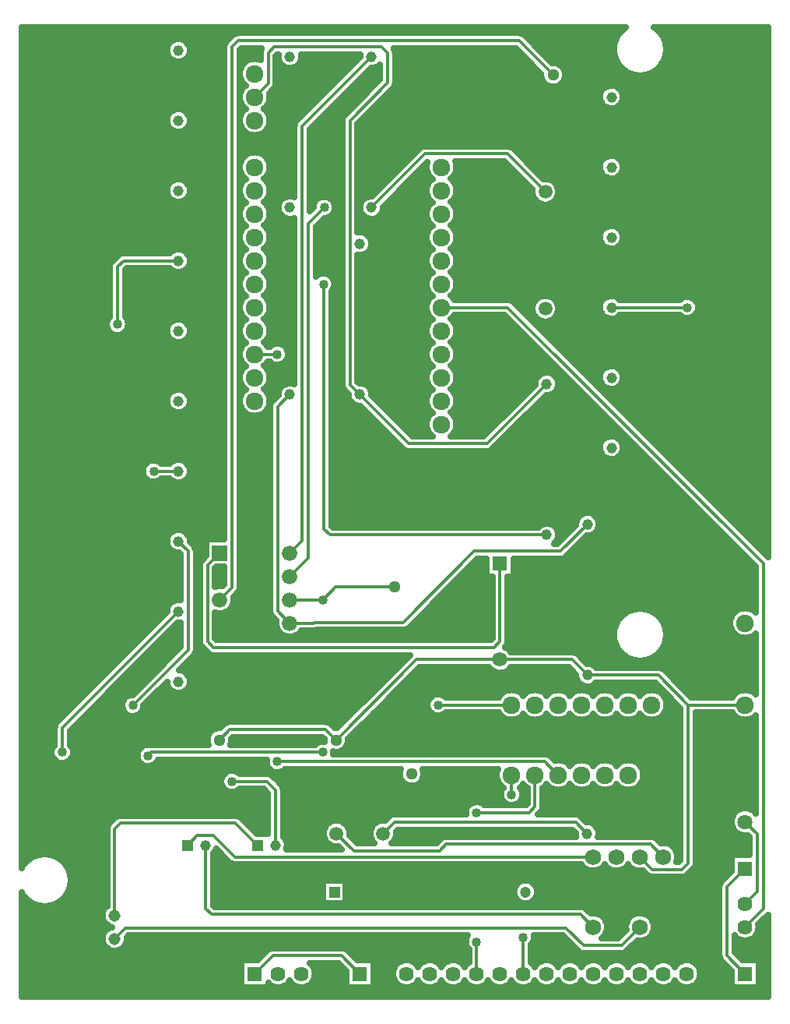
<source format=gbr>
G04 DipTrace 4.2.0.1*
G04 2 - Bottom.gbr*
%MOIN*%
G04 #@! TF.FileFunction,Copper,L2,Bot*
G04 #@! TF.Part,Single*
G04 #@! TA.AperFunction,Conductor*
%ADD14C,0.012992*%
G04 #@! TA.AperFunction,CopperBalancing*
%ADD15C,0.025*%
G04 #@! TA.AperFunction,ComponentPad*
%ADD16C,0.050394*%
%ADD17R,0.050394X0.050394*%
%ADD18R,0.045276X0.045276*%
%ADD19C,0.045276*%
%ADD20R,0.047244X0.047244*%
%ADD21C,0.047244*%
%ADD22R,0.062598X0.062598*%
%ADD23C,0.062598*%
%ADD24R,0.06378X0.06378*%
%ADD25C,0.06378*%
%ADD28R,0.0644X0.0644*%
%ADD29C,0.0644*%
%ADD30R,0.075591X0.075591*%
%ADD31C,0.075591*%
%ADD33C,0.059055*%
%ADD35C,0.045669*%
%ADD37C,0.051496*%
%ADD38C,0.075591*%
%ADD41C,0.068005*%
%ADD44C,0.065997*%
%ADD45R,0.065997X0.065997*%
G04 #@! TA.AperFunction,ViaPad*
%ADD46C,0.04*%
%FSLAX26Y26*%
G04*
G70*
G90*
G75*
G01*
G04 Bottom*
%LPD*%
X2693701Y3066535D2*
D14*
X2437598Y2810433D1*
X2104134D1*
X1893701Y3020866D1*
Y543701D2*
X1816339Y621063D1*
X1521063D1*
X1443701Y543701D1*
X1893701Y3020866D2*
X1851378Y3063189D1*
Y4193236D1*
X2012012Y4353870D1*
Y4482873D1*
X1986028Y4508858D1*
X1526969D1*
X1500984Y4482874D1*
Y4350984D1*
X1443701Y4293701D1*
X2243701Y3393701D2*
X2527295D1*
X3621374Y2299622D1*
Y821374D1*
X3543701Y743701D1*
X3543697Y1193701D2*
X3595390Y1142008D1*
Y895390D1*
X3543701Y843701D1*
X3296157Y3393701D2*
X2970866D1*
X2229453Y1693701D2*
X2543701D1*
X2393701Y680295D2*
Y543701D1*
Y1232205D2*
X2617717D1*
X2643701Y1258189D1*
Y1393701D1*
X2593701Y700039D2*
Y543701D1*
X2543701Y1393701D2*
Y1310295D1*
X2693701Y2420866D2*
X1764451D1*
X1738469Y2446850D1*
Y3493701D1*
X1540472Y1450984D2*
X2686417D1*
X2743701Y1393701D1*
X1540472Y3193701D2*
X1443701D1*
X855437Y3321260D2*
Y3567717D1*
X881421Y3593701D1*
X1116535D1*
X1010858Y2693701D2*
X1116535D1*
X921354Y1691343D2*
X1158862Y1928850D1*
Y2351374D1*
X1116535Y2393701D1*
X619492Y1490469D2*
Y1596657D1*
X1116535Y2093701D1*
X2721260Y4388740D2*
X2575157Y4534843D1*
X1372173D1*
X1346189Y4508858D1*
Y2196189D1*
X1293701Y2143701D1*
X1593701Y2343701D2*
X1646189Y2396189D1*
Y4169024D1*
X1943701Y4466535D1*
X1740992Y3820866D2*
X1672173Y3752047D1*
Y2322173D1*
X1593701Y2243701D1*
X1943701Y3820866D2*
X2173819Y4050984D1*
X2525693D1*
X2688181Y3888496D1*
X2493701Y2300000D2*
Y1964173D1*
X2467717Y1938189D1*
X1267197D1*
X1241213Y1964173D1*
Y2291213D1*
X1293701Y2343701D1*
X1292126Y1543701D2*
X1336811Y1588386D1*
X1747441D1*
X1792126Y1543701D1*
X2868701Y1820866D2*
X3171996D1*
X3299161Y1693701D1*
Y1016193D1*
X3273177Y990209D1*
X3147193D1*
X3093701Y1043701D1*
X3299161Y1693701D2*
X3543701D1*
X2493701Y1887402D2*
X2802165D1*
X2868701Y1820866D1*
X1792126Y1543701D2*
X2135827Y1887402D1*
X2493701D1*
X1593701Y3020866D2*
X1541213Y2968378D1*
Y2096189D1*
X1593701Y2043701D1*
X1696878D1*
X1699437Y2046260D1*
X2079012D1*
X2383539Y2350787D1*
X2752953D1*
X2868701Y2466535D1*
X3093701Y743701D2*
X3014224Y664224D1*
X2851879D1*
X2776575Y739528D1*
X889528D1*
X843701Y693701D1*
Y793701D2*
Y1161811D1*
X869685Y1187795D1*
X1360236D1*
X1454331Y1093701D1*
X1346189Y1366732D2*
X1495669D1*
X1533071Y1329331D1*
Y1093701D1*
X2893701Y1043701D2*
X1359303D1*
X1267177Y1135827D1*
X1196457D1*
X1154331Y1093701D1*
X1793701Y1143701D2*
X1867717Y1069685D1*
X2234709D1*
X2262217Y1097193D1*
X3140209D1*
X3193701Y1043701D1*
X2893701Y743701D2*
X2840209Y797193D1*
X1259059D1*
X1233071Y823181D1*
Y1093701D1*
X2866535Y1143701D2*
X2817520Y1192717D1*
X2042717D1*
X1993701Y1143701D1*
X2043701Y2198425D2*
X1789291D1*
X1734567Y2143701D1*
X3543701Y993701D2*
X3466024Y916024D1*
Y621378D1*
X3543701Y543701D1*
X1734567Y1490472D2*
X1000331D1*
X986827Y1476969D1*
X1734567Y2143701D2*
X1593701D1*
D46*
X3296157Y3393701D3*
X2229453Y1693701D3*
X2393701Y680295D3*
Y1232205D3*
X2593701Y700039D3*
X2543701Y1310295D3*
X1738469Y3493701D3*
X1540472Y1450984D3*
Y3193701D3*
X855437Y3321260D3*
X1010858Y2693701D3*
X921354Y1691343D3*
X619492Y1490469D3*
X1740992Y3820866D3*
X1346189Y1366732D3*
X986827Y1476969D3*
X1734567Y1490472D3*
Y2143701D3*
X448080Y4566962D2*
D15*
X1365268D1*
X2582076D2*
X3003794D1*
X3183604D2*
X3639339D1*
X448080Y4542093D2*
X1108068D1*
X1125017D2*
X1331070D1*
X2616256D2*
X2988974D1*
X3198424D2*
X3639339D1*
X448080Y4517224D2*
X1071323D1*
X1161744D2*
X1312374D1*
X2641123D2*
X2981545D1*
X3205852D2*
X3639339D1*
X448080Y4492356D2*
X1065294D1*
X1167773D2*
X1311262D1*
X1381105D2*
X1467484D1*
X2045518D2*
X2569290D1*
X2665992D2*
X2980020D1*
X3207377D2*
X3639339D1*
X448080Y4467487D2*
X1072919D1*
X1160148D2*
X1311262D1*
X1381105D2*
X1466066D1*
X1644944D2*
X1892442D1*
X2046936D2*
X2594157D1*
X2690860D2*
X2984147D1*
X3203249D2*
X3639339D1*
X448080Y4442618D2*
X1311262D1*
X1381105D2*
X1400362D1*
X1535909D2*
X1548707D1*
X1638699D2*
X1871432D1*
X2046936D2*
X2619025D1*
X2715727D2*
X2994661D1*
X3192753D2*
X3639339D1*
X448080Y4417749D2*
X1311262D1*
X1535909D2*
X1846564D1*
X1943266D2*
X1977093D1*
X2046936D2*
X2643892D1*
X2765857D2*
X3014092D1*
X3173323D2*
X3639339D1*
X448080Y4392881D2*
X1311262D1*
X1535909D2*
X1821697D1*
X1918399D2*
X1977093D1*
X2046936D2*
X2667810D1*
X2774720D2*
X3054659D1*
X3132738D2*
X3639339D1*
X448080Y4368012D2*
X1311262D1*
X1535909D2*
X1796828D1*
X1893530D2*
X1977093D1*
X2046936D2*
X2672026D1*
X2770487D2*
X3639339D1*
X448080Y4343143D2*
X1311262D1*
X1381105D2*
X1401008D1*
X1534940D2*
X1771961D1*
X1868663D2*
X1952942D1*
X2045105D2*
X2695638D1*
X2746874D2*
X3639339D1*
X448080Y4318274D2*
X1311262D1*
X1516621D2*
X1747093D1*
X1843795D2*
X1928058D1*
X2024760D2*
X2926248D1*
X3015486D2*
X3639339D1*
X448080Y4293406D2*
X1311262D1*
X1509929D2*
X1722226D1*
X1818928D2*
X1903189D1*
X1999891D2*
X2919609D1*
X3022125D2*
X3639339D1*
X448080Y4268537D2*
X1311262D1*
X1504744D2*
X1697358D1*
X1794060D2*
X1878322D1*
X1975024D2*
X2926606D1*
X3015127D2*
X3639339D1*
X448080Y4243668D2*
X1311262D1*
X1381105D2*
X1401654D1*
X1485743D2*
X1672490D1*
X1769192D2*
X1853454D1*
X1950156D2*
X3639339D1*
X448080Y4218799D2*
X1072238D1*
X1160848D2*
X1311262D1*
X1504761D2*
X1647622D1*
X1744324D2*
X1828587D1*
X1925289D2*
X3639339D1*
X448080Y4193930D2*
X1065276D1*
X1167791D2*
X1311262D1*
X1509929D2*
X1622736D1*
X1719438D2*
X1816458D1*
X1900420D2*
X3639339D1*
X448080Y4169062D2*
X1071950D1*
X1161117D2*
X1311262D1*
X1504959D2*
X1611272D1*
X1694571D2*
X1816458D1*
X1886301D2*
X3639339D1*
X448080Y4144193D2*
X1311262D1*
X1381105D2*
X1401080D1*
X1486318D2*
X1611272D1*
X1681114D2*
X1816458D1*
X1886301D2*
X3639339D1*
X448080Y4119324D2*
X1311262D1*
X1381105D2*
X1611272D1*
X1681114D2*
X1816458D1*
X1886301D2*
X3639339D1*
X448080Y4094455D2*
X1311262D1*
X1381105D2*
X1611272D1*
X1681114D2*
X1816458D1*
X1886301D2*
X3639339D1*
X448080Y4069587D2*
X1311262D1*
X1381105D2*
X1611272D1*
X1681114D2*
X1816458D1*
X1886301D2*
X2144062D1*
X2555433D2*
X3639339D1*
X448080Y4044718D2*
X1311262D1*
X1381105D2*
X1403017D1*
X1484379D2*
X1611272D1*
X1681114D2*
X1816458D1*
X1886301D2*
X2119194D1*
X2580318D2*
X3639339D1*
X448080Y4019849D2*
X1311262D1*
X1504312D2*
X1611272D1*
X1681114D2*
X1816458D1*
X1886301D2*
X2094327D1*
X2605186D2*
X2927217D1*
X3014517D2*
X3639339D1*
X448080Y3994980D2*
X1311262D1*
X1509911D2*
X1611272D1*
X1681114D2*
X1816458D1*
X1886301D2*
X2069459D1*
X2309913D2*
X2533352D1*
X2630054D2*
X2919627D1*
X3022106D2*
X3639339D1*
X448080Y3970112D2*
X1311262D1*
X1505390D2*
X1611272D1*
X1681114D2*
X1816458D1*
X1886301D2*
X2044591D1*
X2141293D2*
X2182009D1*
X2305391D2*
X2558219D1*
X2654921D2*
X2925692D1*
X3016042D2*
X3639339D1*
X448080Y3945243D2*
X1311262D1*
X1381105D2*
X1399824D1*
X1487573D2*
X1611272D1*
X1681114D2*
X1816458D1*
X1886301D2*
X2019723D1*
X2116425D2*
X2199825D1*
X2287575D2*
X2583087D1*
X2679789D2*
X2962957D1*
X2978776D2*
X3639339D1*
X448080Y3920374D2*
X1073224D1*
X1159861D2*
X1311262D1*
X1504062D2*
X1611272D1*
X1681114D2*
X1816458D1*
X1886301D2*
X1994856D1*
X2091558D2*
X2183337D1*
X2304064D2*
X2607955D1*
X2736055D2*
X3639339D1*
X448080Y3895505D2*
X1065311D1*
X1167755D2*
X1311262D1*
X1509892D2*
X1611272D1*
X1681114D2*
X1816458D1*
X1886301D2*
X1969988D1*
X2066690D2*
X2177507D1*
X2309895D2*
X2630669D1*
X2745690D2*
X3639339D1*
X448080Y3870636D2*
X1071071D1*
X1161996D2*
X1311262D1*
X1505605D2*
X1611272D1*
X1681114D2*
X1816458D1*
X1886301D2*
X1945121D1*
X2041822D2*
X2181794D1*
X2305606D2*
X2633181D1*
X2743178D2*
X3639339D1*
X448080Y3845768D2*
X1105089D1*
X1127978D2*
X1311262D1*
X1381105D2*
X1399214D1*
X1488182D2*
X1549282D1*
X1681114D2*
X1699906D1*
X1782075D2*
X1816458D1*
X1886301D2*
X1899278D1*
X2016954D2*
X2199217D1*
X2288185D2*
X2650335D1*
X2726026D2*
X3639339D1*
X448080Y3820899D2*
X1311262D1*
X1503828D2*
X1542446D1*
X1789413D2*
X1816458D1*
X1994958D2*
X2183571D1*
X2303831D2*
X3639339D1*
X448080Y3796030D2*
X1311262D1*
X1509875D2*
X1549245D1*
X1782129D2*
X1816458D1*
X1886301D2*
X1899243D1*
X1988157D2*
X2177524D1*
X2309877D2*
X3639339D1*
X448080Y3771161D2*
X1311262D1*
X1505802D2*
X1611272D1*
X1739642D2*
X1816458D1*
X1886301D2*
X2181597D1*
X2305804D2*
X3639339D1*
X448080Y3746293D2*
X1311262D1*
X1381105D2*
X1398622D1*
X1488776D2*
X1611272D1*
X1714774D2*
X1816458D1*
X1886301D2*
X2198623D1*
X2288777D2*
X3639339D1*
X448080Y3721424D2*
X1311262D1*
X1503577D2*
X1611272D1*
X1707094D2*
X1816458D1*
X1886301D2*
X2183822D1*
X2303579D2*
X2928257D1*
X3013476D2*
X3639339D1*
X448080Y3696555D2*
X1311262D1*
X1509857D2*
X1611272D1*
X1707094D2*
X1816458D1*
X1934618D2*
X2177542D1*
X2309860D2*
X2919698D1*
X3022034D2*
X3639339D1*
X448080Y3671686D2*
X1311262D1*
X1506000D2*
X1611272D1*
X1707094D2*
X1816458D1*
X1944684D2*
X2181399D1*
X2306001D2*
X2924866D1*
X3016867D2*
X3639339D1*
X448080Y3646818D2*
X1311262D1*
X1381105D2*
X1398047D1*
X1489349D2*
X1611272D1*
X1707094D2*
X1816458D1*
X1940790D2*
X2198050D1*
X2289352D2*
X2954972D1*
X2986760D2*
X3639339D1*
X448080Y3621949D2*
X863014D1*
X1158783D2*
X1311262D1*
X1503325D2*
X1611272D1*
X1707094D2*
X1816458D1*
X1915941D2*
X2184091D1*
X2303310D2*
X3639339D1*
X448080Y3597080D2*
X836442D1*
X1167684D2*
X1311262D1*
X1509839D2*
X1611272D1*
X1707094D2*
X1816458D1*
X1886301D2*
X2177577D1*
X2309823D2*
X3639339D1*
X448080Y3572211D2*
X820832D1*
X1162803D2*
X1311262D1*
X1506197D2*
X1611272D1*
X1707094D2*
X1816458D1*
X1886301D2*
X2181220D1*
X2306181D2*
X3639339D1*
X448080Y3547343D2*
X820509D1*
X890353D2*
X1098917D1*
X1134150D2*
X1311262D1*
X1381105D2*
X1397492D1*
X1489924D2*
X1611272D1*
X1707094D2*
X1816458D1*
X1886301D2*
X2197475D1*
X2289925D2*
X3639339D1*
X448080Y3522474D2*
X820509D1*
X890353D2*
X1311262D1*
X1503056D2*
X1611272D1*
X1776764D2*
X1816458D1*
X1886301D2*
X2184343D1*
X2303059D2*
X3639339D1*
X448080Y3497605D2*
X820509D1*
X890353D2*
X1311262D1*
X1509803D2*
X1611272D1*
X1786722D2*
X1816458D1*
X1886301D2*
X2177596D1*
X2309806D2*
X3639339D1*
X448080Y3472736D2*
X820509D1*
X890353D2*
X1311262D1*
X1506377D2*
X1611272D1*
X1781823D2*
X1816458D1*
X1886301D2*
X2181022D1*
X2306378D2*
X3639339D1*
X448080Y3447867D2*
X820509D1*
X890353D2*
X1311262D1*
X1381105D2*
X1396936D1*
X1490462D2*
X1611272D1*
X1773391D2*
X1816458D1*
X1886301D2*
X2196937D1*
X2290463D2*
X3639339D1*
X448080Y3422999D2*
X820509D1*
X890353D2*
X1311262D1*
X1502787D2*
X1611272D1*
X1773391D2*
X1816458D1*
X1886301D2*
X2184612D1*
X2543680D2*
X2642278D1*
X2734100D2*
X2929387D1*
X3334030D2*
X3639339D1*
X448080Y3398130D2*
X820509D1*
X890353D2*
X1311262D1*
X1509768D2*
X1611272D1*
X1773391D2*
X1816458D1*
X1886301D2*
X2177631D1*
X2571222D2*
X2631064D1*
X2745295D2*
X2919806D1*
X3344365D2*
X3639339D1*
X448080Y3373261D2*
X820509D1*
X890353D2*
X1311262D1*
X1506555D2*
X1611272D1*
X1773391D2*
X1816458D1*
X1886301D2*
X2180844D1*
X2596089D2*
X2632356D1*
X2744004D2*
X2924094D1*
X3339789D2*
X3639339D1*
X448080Y3348392D2*
X815881D1*
X894982D2*
X1311262D1*
X1381105D2*
X1396398D1*
X1491000D2*
X1611272D1*
X1773391D2*
X1816458D1*
X1886301D2*
X2196399D1*
X2291001D2*
X2524255D1*
X2620957D2*
X2647391D1*
X2728987D2*
X2950344D1*
X2991390D2*
X3286148D1*
X3306165D2*
X3639339D1*
X448080Y3323524D2*
X807071D1*
X903808D2*
X1075467D1*
X1157618D2*
X1311262D1*
X1502518D2*
X1611272D1*
X1773391D2*
X1816458D1*
X1886301D2*
X2184898D1*
X2302503D2*
X2549123D1*
X2645824D2*
X3639339D1*
X448080Y3298655D2*
X812957D1*
X897906D2*
X1065528D1*
X1167539D2*
X1311262D1*
X1509731D2*
X1611272D1*
X1773391D2*
X1816458D1*
X1886301D2*
X2177668D1*
X2309734D2*
X2573991D1*
X2670693D2*
X3639339D1*
X448080Y3273786D2*
X1069528D1*
X1163539D2*
X1311262D1*
X1506735D2*
X1611272D1*
X1773391D2*
X1816458D1*
X1886301D2*
X2180664D1*
X2306738D2*
X2598858D1*
X2695560D2*
X3639339D1*
X448080Y3248917D2*
X1094755D1*
X1138331D2*
X1311262D1*
X1381105D2*
X1395877D1*
X1491538D2*
X1611272D1*
X1773391D2*
X1816458D1*
X1886301D2*
X2195879D1*
X2291522D2*
X2623726D1*
X2720428D2*
X3639339D1*
X448080Y3224049D2*
X1311262D1*
X1577445D2*
X1611272D1*
X1773391D2*
X1816458D1*
X1886301D2*
X2185168D1*
X2302234D2*
X2648593D1*
X2745295D2*
X3639339D1*
X448080Y3199180D2*
X1311262D1*
X1588570D2*
X1611272D1*
X1773391D2*
X1816458D1*
X1886301D2*
X2177722D1*
X2309680D2*
X2673462D1*
X2770164D2*
X3639339D1*
X448080Y3174311D2*
X1311262D1*
X1584604D2*
X1611272D1*
X1773391D2*
X1816458D1*
X1886301D2*
X2180503D1*
X2306899D2*
X2698329D1*
X2795031D2*
X3639339D1*
X448080Y3149442D2*
X1311262D1*
X1381105D2*
X1395357D1*
X1492041D2*
X1525706D1*
X1555232D2*
X1611272D1*
X1773391D2*
X1816458D1*
X1886301D2*
X2195358D1*
X2292042D2*
X2723197D1*
X2819899D2*
X3639339D1*
X448080Y3124573D2*
X1311262D1*
X1501945D2*
X1611272D1*
X1773391D2*
X1816458D1*
X1886301D2*
X2185454D1*
X2301946D2*
X2748064D1*
X2844766D2*
X2930626D1*
X3011108D2*
X3639339D1*
X448080Y3099705D2*
X1311262D1*
X1509642D2*
X1611272D1*
X1773391D2*
X1816458D1*
X1886301D2*
X2177757D1*
X2309644D2*
X2655466D1*
X2731946D2*
X2772932D1*
X2869634D2*
X2919986D1*
X3021748D2*
X3639339D1*
X448080Y3074836D2*
X1311262D1*
X1507058D2*
X1611272D1*
X1773391D2*
X1816458D1*
X1888076D2*
X2180341D1*
X2307060D2*
X2643157D1*
X2744255D2*
X2797818D1*
X2894503D2*
X2923395D1*
X3018320D2*
X3639339D1*
X448080Y3049967D2*
X1311262D1*
X1381105D2*
X1394854D1*
X1492543D2*
X1552080D1*
X1773391D2*
X1819274D1*
X1935318D2*
X2194856D1*
X2292545D2*
X2628786D1*
X2742066D2*
X2822686D1*
X2919388D2*
X2946810D1*
X2994924D2*
X3639339D1*
X448080Y3025098D2*
X1076723D1*
X1156344D2*
X1311262D1*
X1501657D2*
X1542625D1*
X1773391D2*
X1841110D1*
X1944773D2*
X2185760D1*
X2301642D2*
X2603917D1*
X2721899D2*
X2847554D1*
X2944256D2*
X3639339D1*
X448080Y3000230D2*
X1065706D1*
X1167361D2*
X1311262D1*
X1509588D2*
X1524719D1*
X1773391D2*
X1847030D1*
X1962680D2*
X2177811D1*
X2309591D2*
X2579050D1*
X2675752D2*
X2872421D1*
X2969123D2*
X3639339D1*
X448080Y2975361D2*
X1068864D1*
X1164220D2*
X1311262D1*
X1773391D2*
X1873693D1*
X1987566D2*
X2180180D1*
X2307222D2*
X2554182D1*
X2650885D2*
X2897289D1*
X2993991D2*
X3639339D1*
X448080Y2950492D2*
X1091436D1*
X1141631D2*
X1311262D1*
X1381105D2*
X1394370D1*
X1493028D2*
X1506293D1*
X1773391D2*
X1915731D1*
X2012433D2*
X2194371D1*
X2293029D2*
X2529315D1*
X2626017D2*
X2922156D1*
X3018858D2*
X3639339D1*
X448080Y2925623D2*
X1311262D1*
X1381105D2*
X1506293D1*
X1773391D2*
X1940598D1*
X2037301D2*
X2186046D1*
X2301354D2*
X2504448D1*
X2601131D2*
X2947025D1*
X3043727D2*
X3639339D1*
X448080Y2900755D2*
X1311262D1*
X1381105D2*
X1506293D1*
X1773391D2*
X1965466D1*
X2062168D2*
X2177865D1*
X2309537D2*
X2479562D1*
X2576264D2*
X2971892D1*
X3068594D2*
X3639339D1*
X448080Y2875886D2*
X1311262D1*
X1381105D2*
X1506293D1*
X1773391D2*
X1990335D1*
X2087037D2*
X2180018D1*
X2307383D2*
X2454693D1*
X2551395D2*
X2996760D1*
X3093462D2*
X3639339D1*
X448080Y2851017D2*
X1311262D1*
X1381105D2*
X1506293D1*
X1773391D2*
X2015202D1*
X2111904D2*
X2193887D1*
X2293514D2*
X2429825D1*
X2526528D2*
X3021627D1*
X3118329D2*
X3639339D1*
X448080Y2826148D2*
X1311262D1*
X1381105D2*
X1506293D1*
X1773391D2*
X2040070D1*
X2501660D2*
X2931971D1*
X3009762D2*
X3046496D1*
X3143198D2*
X3639339D1*
X448080Y2801280D2*
X1311262D1*
X1381105D2*
X1506293D1*
X1773391D2*
X2064937D1*
X2476793D2*
X2920201D1*
X3021533D2*
X3071364D1*
X3168066D2*
X3639339D1*
X448080Y2776411D2*
X1311262D1*
X1381105D2*
X1506293D1*
X1773391D2*
X2922766D1*
X3018966D2*
X3096231D1*
X3192933D2*
X3639339D1*
X448080Y2751542D2*
X1311262D1*
X1381105D2*
X1506293D1*
X1773391D2*
X2943866D1*
X2997866D2*
X3121098D1*
X3217801D2*
X3639339D1*
X448080Y2726673D2*
X976391D1*
X1045319D2*
X1078122D1*
X1154962D2*
X1311262D1*
X1381105D2*
X1506293D1*
X1773391D2*
X3145966D1*
X3242668D2*
X3639339D1*
X448080Y2701804D2*
X963150D1*
X1167109D2*
X1311262D1*
X1381105D2*
X1506293D1*
X1773391D2*
X3170835D1*
X3267537D2*
X3639339D1*
X448080Y2676936D2*
X965608D1*
X1164831D2*
X1311262D1*
X1381105D2*
X1506293D1*
X1773391D2*
X3195702D1*
X3292404D2*
X3639339D1*
X448080Y2652067D2*
X988969D1*
X1032741D2*
X1088655D1*
X1144412D2*
X1311262D1*
X1381105D2*
X1506293D1*
X1773391D2*
X3220570D1*
X3317272D2*
X3639339D1*
X448080Y2627198D2*
X1311262D1*
X1381105D2*
X1506293D1*
X1773391D2*
X3245455D1*
X3342157D2*
X3639339D1*
X448080Y2602329D2*
X1311262D1*
X1381105D2*
X1506293D1*
X1773391D2*
X3270323D1*
X3367025D2*
X3639339D1*
X448080Y2577461D2*
X1311262D1*
X1381105D2*
X1506293D1*
X1773391D2*
X3295190D1*
X3391892D2*
X3639339D1*
X448080Y2552592D2*
X1311262D1*
X1381105D2*
X1506293D1*
X1773391D2*
X3320059D1*
X3416761D2*
X3639339D1*
X448080Y2527723D2*
X1311262D1*
X1381105D2*
X1506293D1*
X1773391D2*
X3344927D1*
X3441629D2*
X3639339D1*
X448080Y2502854D2*
X1311262D1*
X1381105D2*
X1506293D1*
X1773391D2*
X2833667D1*
X2903743D2*
X3369794D1*
X3466496D2*
X3639339D1*
X448080Y2477986D2*
X1311262D1*
X1381105D2*
X1506293D1*
X1773391D2*
X2818810D1*
X2918598D2*
X3394661D1*
X3491364D2*
X3639339D1*
X448080Y2453117D2*
X1311262D1*
X1381105D2*
X1506293D1*
X2732772D2*
X2806933D1*
X2918079D2*
X3419530D1*
X3516231D2*
X3639339D1*
X448080Y2428248D2*
X1079630D1*
X1153437D2*
X1311262D1*
X1381105D2*
X1506293D1*
X2744399D2*
X2782064D1*
X2901392D2*
X3444398D1*
X3541100D2*
X3639339D1*
X448080Y2403379D2*
X1066244D1*
X1166822D2*
X1311262D1*
X1381105D2*
X1506293D1*
X2741726D2*
X2757197D1*
X2853899D2*
X3469265D1*
X3565967D2*
X3639339D1*
X448080Y2378510D2*
X1067698D1*
X1180081D2*
X1232281D1*
X1381105D2*
X1506293D1*
X2829031D2*
X3494133D1*
X3590835D2*
X3639339D1*
X448080Y2353642D2*
X1086232D1*
X1193699D2*
X1232281D1*
X1381105D2*
X1506293D1*
X2804164D2*
X3519000D1*
X3615702D2*
X3639339D1*
X448080Y2328773D2*
X1123946D1*
X1193789D2*
X1230415D1*
X1381105D2*
X1506293D1*
X2779297D2*
X3543869D1*
X448080Y2303904D2*
X1123946D1*
X1193789D2*
X1208885D1*
X1381105D2*
X1506293D1*
X2385000D2*
X2433970D1*
X2553423D2*
X3568736D1*
X448080Y2279035D2*
X1123946D1*
X1277382D2*
X1311262D1*
X1381105D2*
X1506293D1*
X2360133D2*
X2433970D1*
X2553423D2*
X3586445D1*
X448080Y2254167D2*
X1123946D1*
X1276126D2*
X1311262D1*
X1381105D2*
X1506293D1*
X2335265D2*
X2433970D1*
X2553423D2*
X3586445D1*
X448080Y2229298D2*
X1123946D1*
X1276126D2*
X1311262D1*
X1381105D2*
X1506293D1*
X2310398D2*
X2458785D1*
X2528627D2*
X3586445D1*
X448080Y2204429D2*
X1123946D1*
X1276126D2*
X1306076D1*
X1381105D2*
X1506293D1*
X2285530D2*
X2458785D1*
X2528627D2*
X3586445D1*
X448080Y2179560D2*
X1123946D1*
X1376529D2*
X1506293D1*
X2260661D2*
X2458785D1*
X2528627D2*
X3586445D1*
X448080Y2154692D2*
X1123946D1*
X1354084D2*
X1506293D1*
X2235794D2*
X2458785D1*
X2528627D2*
X3586445D1*
X448080Y2129823D2*
X1081280D1*
X1353474D2*
X1506293D1*
X2210927D2*
X2458785D1*
X2528627D2*
X3586445D1*
X448080Y2104954D2*
X1066585D1*
X1340592D2*
X1506293D1*
X2186059D2*
X2458785D1*
X2528627D2*
X3087386D1*
X3100029D2*
X3523647D1*
X3563760D2*
X3586445D1*
X448080Y2080085D2*
X1054564D1*
X1276126D2*
X1510580D1*
X2161190D2*
X2458785D1*
X2528627D2*
X3020982D1*
X3166415D2*
X3488894D1*
X448080Y2055217D2*
X1029697D1*
X1276126D2*
X1533421D1*
X2136323D2*
X2458785D1*
X2528627D2*
X2998429D1*
X3188986D2*
X3478524D1*
X448080Y2030348D2*
X1004829D1*
X1101531D2*
X1123946D1*
X1276126D2*
X1533815D1*
X2111455D2*
X2458785D1*
X2528627D2*
X2986084D1*
X3201312D2*
X3478900D1*
X448080Y2005479D2*
X979961D1*
X1076663D2*
X1123946D1*
X1276126D2*
X1546357D1*
X1641050D2*
X2458785D1*
X2528627D2*
X2980504D1*
X3206892D2*
X3490222D1*
X448080Y1980610D2*
X955093D1*
X1051795D2*
X1123946D1*
X1276126D2*
X2458785D1*
X2528627D2*
X2980648D1*
X3206748D2*
X3532260D1*
X3555130D2*
X3586445D1*
X448080Y1955741D2*
X930226D1*
X1026928D2*
X1123946D1*
X1193789D2*
X1207413D1*
X2527514D2*
X2986551D1*
X3200845D2*
X3586445D1*
X448080Y1930873D2*
X905358D1*
X1002060D2*
X1112535D1*
X1193789D2*
X1226163D1*
X2533417D2*
X2999308D1*
X3188089D2*
X3586445D1*
X448080Y1906004D2*
X880490D1*
X977192D2*
X1087668D1*
X1184370D2*
X1260791D1*
X2831920D2*
X3022633D1*
X3164764D2*
X3586445D1*
X448080Y1881135D2*
X855622D1*
X952324D2*
X1062799D1*
X1159501D2*
X2081211D1*
X2856787D2*
X3586445D1*
X448080Y1856266D2*
X830755D1*
X927457D2*
X1037932D1*
X1134634D2*
X2056343D1*
X2904730D2*
X3586445D1*
X448080Y1831398D2*
X805887D1*
X902589D2*
X1013064D1*
X1149957D2*
X2031475D1*
X2128177D2*
X2479454D1*
X2507958D2*
X2809822D1*
X3209816D2*
X3586445D1*
X448080Y1806529D2*
X781020D1*
X877722D2*
X988197D1*
X1166087D2*
X2006608D1*
X2103310D2*
X2819600D1*
X3234684D2*
X3586445D1*
X448080Y1781660D2*
X756151D1*
X852853D2*
X963329D1*
X1166283D2*
X1981740D1*
X2078442D2*
X2837219D1*
X2900190D2*
X3162850D1*
X3259552D2*
X3586445D1*
X448080Y1756791D2*
X731283D1*
X827967D2*
X938461D1*
X1035146D2*
X1082177D1*
X1150890D2*
X1956873D1*
X2053575D2*
X2532257D1*
X2555146D2*
X2632266D1*
X2655136D2*
X2732257D1*
X2755146D2*
X2832266D1*
X2855138D2*
X2932259D1*
X2955147D2*
X3032268D1*
X3055138D2*
X3132259D1*
X3155147D2*
X3187718D1*
X3284420D2*
X3532260D1*
X3555130D2*
X3586445D1*
X448080Y1731923D2*
X706398D1*
X803100D2*
X897356D1*
X1010277D2*
X1932004D1*
X2028706D2*
X2201495D1*
X2257415D2*
X2490219D1*
X3197185D2*
X3212585D1*
X3309287D2*
X3490222D1*
X448080Y1707054D2*
X681530D1*
X778232D2*
X875699D1*
X985409D2*
X1907136D1*
X2003820D2*
X2183014D1*
X3208507D2*
X3237453D1*
X448080Y1682185D2*
X656663D1*
X753365D2*
X873852D1*
X968849D2*
X1882251D1*
X1978953D2*
X2182493D1*
X3208866D2*
X3262322D1*
X448080Y1657316D2*
X631795D1*
X728497D2*
X888008D1*
X954693D2*
X1857383D1*
X1954085D2*
X2198929D1*
X2259980D2*
X2488891D1*
X3198513D2*
X3264240D1*
X3334084D2*
X3488894D1*
X448080Y1632448D2*
X606927D1*
X703629D2*
X1832516D1*
X1929218D2*
X2523644D1*
X2563757D2*
X2623636D1*
X2663766D2*
X2723646D1*
X2763759D2*
X2823636D1*
X2863768D2*
X2923646D1*
X2963759D2*
X3023638D1*
X3063768D2*
X3123647D1*
X3163759D2*
X3264240D1*
X3334084D2*
X3523647D1*
X3563760D2*
X3586445D1*
X448080Y1607579D2*
X586472D1*
X678761D2*
X1307655D1*
X1776602D2*
X1807648D1*
X1904350D2*
X3264240D1*
X3334084D2*
X3586445D1*
X448080Y1582710D2*
X584571D1*
X654413D2*
X1256592D1*
X1879482D2*
X3264240D1*
X3334084D2*
X3586445D1*
X448080Y1557841D2*
X584571D1*
X654413D2*
X1240499D1*
X1854614D2*
X3264240D1*
X3334084D2*
X3586445D1*
X448080Y1532972D2*
X584571D1*
X654413D2*
X1239636D1*
X1344610D2*
X1714672D1*
X1844602D2*
X3264240D1*
X3334084D2*
X3586445D1*
X448080Y1508104D2*
X574596D1*
X664390D2*
X950572D1*
X1831325D2*
X3264240D1*
X3334084D2*
X3586445D1*
X448080Y1483235D2*
X571635D1*
X667350D2*
X938837D1*
X2692241D2*
X3264240D1*
X3334084D2*
X3586445D1*
X448080Y1458366D2*
X584159D1*
X654827D2*
X942336D1*
X2727390D2*
X3264240D1*
X3334084D2*
X3586445D1*
X448080Y1433497D2*
X969518D1*
X1004142D2*
X1495509D1*
X3095974D2*
X3264240D1*
X3334084D2*
X3586445D1*
X448080Y1408629D2*
X1324879D1*
X1367504D2*
X1520215D1*
X1560723D2*
X2063503D1*
X2168781D2*
X2479256D1*
X3108156D2*
X3264240D1*
X3334084D2*
X3586445D1*
X448080Y1383760D2*
X1301035D1*
X1526992D2*
X2064740D1*
X2167542D2*
X2478269D1*
X3109143D2*
X3264240D1*
X3334084D2*
X3586445D1*
X448080Y1358891D2*
X1298433D1*
X1551860D2*
X2081516D1*
X2150766D2*
X2487832D1*
X3099580D2*
X3264240D1*
X3334084D2*
X3586445D1*
X448080Y1334022D2*
X1311459D1*
X1380925D2*
X1480025D1*
X1567648D2*
X2501881D1*
X2585521D2*
X2608781D1*
X2678623D2*
X2718873D1*
X2768530D2*
X2818864D1*
X2868539D2*
X2918874D1*
X2968531D2*
X3018865D1*
X3068541D2*
X3264240D1*
X3334084D2*
X3586445D1*
X448080Y1309154D2*
X1498147D1*
X1567990D2*
X2495297D1*
X2592106D2*
X2608781D1*
X2678623D2*
X3264240D1*
X3334084D2*
X3586445D1*
X448080Y1284285D2*
X1498147D1*
X1567990D2*
X2503353D1*
X2584050D2*
X2608781D1*
X2678623D2*
X3264240D1*
X3334084D2*
X3586445D1*
X448080Y1259416D2*
X1498147D1*
X1567990D2*
X2354199D1*
X2678623D2*
X3264240D1*
X3334084D2*
X3586445D1*
X448080Y1234547D2*
X1498147D1*
X1567990D2*
X2345336D1*
X2668413D2*
X3264240D1*
X3334084D2*
X3499839D1*
X448080Y1209678D2*
X843224D1*
X1386702D2*
X1498147D1*
X1567990D2*
X2011327D1*
X2848911D2*
X3264240D1*
X3334084D2*
X3485306D1*
X448080Y1184810D2*
X818357D1*
X1411571D2*
X1498147D1*
X1567990D2*
X1753983D1*
X1833425D2*
X1953983D1*
X2895256D2*
X3264240D1*
X3334084D2*
X3483762D1*
X448080Y1159941D2*
X808776D1*
X1436438D2*
X1498147D1*
X1567990D2*
X1738176D1*
X1849214D2*
X1938177D1*
X2058293D2*
X2801945D1*
X2915010D2*
X3264240D1*
X3334084D2*
X3493882D1*
X448080Y1135072D2*
X808776D1*
X1567990D2*
X1736417D1*
X1850972D2*
X1936419D1*
X2050972D2*
X2816047D1*
X2917020D2*
X3264240D1*
X3334084D2*
X3553970D1*
X448080Y1110203D2*
X808776D1*
X1581248D2*
X1747004D1*
X1875552D2*
X1947004D1*
X2040387D2*
X2226883D1*
X3175547D2*
X3264240D1*
X3334084D2*
X3560465D1*
X448080Y1085335D2*
X808776D1*
X1583402D2*
X1803718D1*
X3239314D2*
X3264240D1*
X3334084D2*
X3560465D1*
X448080Y1060466D2*
X808776D1*
X1270976D2*
X1294181D1*
X3334084D2*
X3560465D1*
X448080Y1035597D2*
X478371D1*
X609021D2*
X808776D1*
X1267997D2*
X1319049D1*
X3334084D2*
X3483080D1*
X635072Y1010728D2*
X808776D1*
X1267997D2*
X2841167D1*
X3333617D2*
X3483080D1*
X649228Y985860D2*
X808776D1*
X1267997D2*
X2875525D1*
X2911870D2*
X2975517D1*
X3011879D2*
X3075526D1*
X3317182D2*
X3483080D1*
X656172Y960991D2*
X808776D1*
X1267997D2*
X3130644D1*
X3289731D2*
X3462644D1*
X657266Y936122D2*
X808776D1*
X1267997D2*
X1732201D1*
X1836295D2*
X2575049D1*
X2631256D2*
X3438081D1*
X652692Y911253D2*
X808776D1*
X1267997D2*
X1732201D1*
X1836295D2*
X2554308D1*
X2651979D2*
X3431102D1*
X641621Y886385D2*
X808776D1*
X1267997D2*
X1732201D1*
X1836295D2*
X2551652D1*
X2654652D2*
X3431102D1*
X448080Y861516D2*
X466118D1*
X621293D2*
X808776D1*
X1267997D2*
X1732201D1*
X1836295D2*
X2562974D1*
X2643312D2*
X3431102D1*
X448080Y836647D2*
X510685D1*
X576724D2*
X808776D1*
X1267997D2*
X3431102D1*
X448080Y811778D2*
X792789D1*
X2873976D2*
X3431102D1*
X448080Y786909D2*
X789972D1*
X2937724D2*
X3049671D1*
X3137726D2*
X3431102D1*
X448080Y762041D2*
X800361D1*
X2953244D2*
X3034151D1*
X3153245D2*
X3431102D1*
X3610391D2*
X3639339D1*
X448080Y737172D2*
X813261D1*
X2955774D2*
X3031622D1*
X3155776D2*
X3431102D1*
X3603646D2*
X3639339D1*
X448080Y712303D2*
X792987D1*
X2947252D2*
X3013949D1*
X3147252D2*
X3431102D1*
X3594747D2*
X3639339D1*
X448080Y687434D2*
X789900D1*
X897493D2*
X2345839D1*
X2640370D2*
X2780324D1*
X3116823D2*
X3431102D1*
X3500945D2*
X3527917D1*
X3559490D2*
X3639339D1*
X448080Y662566D2*
X799966D1*
X887446D2*
X2348835D1*
X2628618D2*
X2805193D1*
X3060915D2*
X3431102D1*
X3500945D2*
X3639339D1*
X448080Y637697D2*
X1489356D1*
X1848047D2*
X2358776D1*
X2628618D2*
X2830741D1*
X3035366D2*
X3431102D1*
X3500945D2*
X3639339D1*
X448080Y612828D2*
X1464470D1*
X1872915D2*
X2358776D1*
X2628618D2*
X3432251D1*
X3522924D2*
X3639339D1*
X448080Y587959D2*
X1383388D1*
X1683392D2*
X1801098D1*
X1954013D2*
X2054010D1*
X2133399D2*
X2154001D1*
X2233408D2*
X2253993D1*
X2333399D2*
X2354003D1*
X2633391D2*
X2653995D1*
X2733400D2*
X2754004D1*
X2833391D2*
X2853995D1*
X2933400D2*
X2954004D1*
X3033392D2*
X3053995D1*
X3133402D2*
X3154004D1*
X3233392D2*
X3253996D1*
X3333402D2*
X3451089D1*
X3604022D2*
X3639339D1*
X448080Y563091D2*
X1383388D1*
X1700671D2*
X1825967D1*
X1954013D2*
X2036732D1*
X3350661D2*
X3475958D1*
X3604022D2*
X3639339D1*
X448080Y538222D2*
X1383388D1*
X1703757D2*
X1833395D1*
X1954013D2*
X2033647D1*
X3353748D2*
X3483386D1*
X3604022D2*
X3639339D1*
X448080Y513353D2*
X1383388D1*
X1695415D2*
X1833395D1*
X1954013D2*
X2041990D1*
X3345406D2*
X3483386D1*
X3604022D2*
X3639339D1*
X448080Y488484D2*
X1383388D1*
X1504008D2*
X1524055D1*
X1563343D2*
X1624064D1*
X1663333D2*
X1833395D1*
X1954013D2*
X2074070D1*
X2113340D2*
X2174062D1*
X2213331D2*
X2274071D1*
X2313340D2*
X2374062D1*
X2413331D2*
X2474071D1*
X2513340D2*
X2574062D1*
X2613332D2*
X2674071D1*
X2713341D2*
X2774063D1*
X2813332D2*
X2874054D1*
X2913341D2*
X2974063D1*
X3013332D2*
X3074055D1*
X3113343D2*
X3174064D1*
X3213333D2*
X3274055D1*
X3313343D2*
X3483386D1*
X3604022D2*
X3639339D1*
X448080Y463615D2*
X3639339D1*
X1342425Y1534564D2*
X1339986Y1525730D1*
X1338622Y1522899D1*
X1523945Y1522894D1*
X1702046D1*
X1706360Y1526714D1*
X1714232Y1531651D1*
X1722938Y1534900D1*
X1732119Y1536332D1*
X1741400Y1535886D1*
X1741621Y1535831D1*
X1741209Y1539127D1*
X1741210Y1548293D1*
X1741282Y1548689D1*
X1734010Y1555966D1*
X1350239Y1555965D1*
X1343005Y1548730D1*
X1343248Y1543701D1*
X1342425Y1534564D1*
X869782Y1220217D2*
X1360218D1*
X1366483Y1219609D1*
X1375129Y1216594D1*
X1382585Y1211282D1*
X1402874Y1191008D1*
X1451618Y1142264D1*
X1500648D1*
X1500650Y1315907D1*
X1482236Y1334315D1*
X1378719Y1334311D1*
X1377919Y1333530D1*
X1370585Y1327823D1*
X1362253Y1323709D1*
X1353264Y1321356D1*
X1343984Y1320860D1*
X1334795Y1322243D1*
X1326073Y1325448D1*
X1318175Y1330341D1*
X1311423Y1336726D1*
X1306093Y1344339D1*
X1302407Y1352867D1*
X1300512Y1361965D1*
X1300487Y1371257D1*
X1302333Y1380365D1*
X1305975Y1388913D1*
X1311264Y1396554D1*
X1317982Y1402974D1*
X1325854Y1407911D1*
X1334560Y1411160D1*
X1343741Y1412592D1*
X1353022Y1412146D1*
X1362025Y1409841D1*
X1370378Y1405770D1*
X1377741Y1400102D1*
X1378566Y1399147D1*
X1495648Y1399154D1*
X1501916Y1398546D1*
X1510562Y1395531D1*
X1518018Y1390219D1*
X1537820Y1370433D1*
X1555982Y1352272D1*
X1559984Y1347409D1*
X1563965Y1339164D1*
X1565482Y1330135D1*
X1565492Y1301895D1*
X1565490Y1129647D1*
X1570497Y1124646D1*
X1575677Y1117004D1*
X1579318Y1108518D1*
X1581286Y1099499D1*
X1581634Y1093701D1*
X1580768Y1084570D1*
X1578297Y1076114D1*
X1634841Y1076122D1*
X1815437D1*
X1802585Y1088965D1*
X1798262Y1088436D1*
X1789104Y1088438D1*
X1780071Y1089949D1*
X1771409Y1092925D1*
X1763357Y1097287D1*
X1756131Y1102915D1*
X1749930Y1109655D1*
X1744924Y1117324D1*
X1741247Y1125711D1*
X1739001Y1134591D1*
X1738248Y1143718D1*
X1739007Y1152845D1*
X1741259Y1161723D1*
X1744940Y1170109D1*
X1749951Y1177774D1*
X1756156Y1184510D1*
X1763386Y1190134D1*
X1771442Y1194490D1*
X1780105Y1197461D1*
X1789139Y1198966D1*
X1798298Y1198963D1*
X1807331Y1197453D1*
X1815992Y1194476D1*
X1824045Y1190114D1*
X1831270Y1184487D1*
X1837471Y1177747D1*
X1842478Y1170077D1*
X1846155Y1161690D1*
X1848400Y1152811D1*
X1849154Y1143701D1*
X1848417Y1134833D1*
X1881148Y1102105D1*
X1957030Y1102106D1*
X1956131Y1102915D1*
X1949930Y1109655D1*
X1944924Y1117324D1*
X1941247Y1125711D1*
X1939001Y1134591D1*
X1938248Y1143718D1*
X1939007Y1152845D1*
X1941259Y1161723D1*
X1944940Y1170109D1*
X1949951Y1177774D1*
X1956156Y1184510D1*
X1963386Y1190134D1*
X1971442Y1194490D1*
X1980105Y1197461D1*
X1989139Y1198966D1*
X1998298Y1198963D1*
X2002417Y1198274D1*
X2019791Y1215642D1*
X2027114Y1221136D1*
X2035690Y1224366D1*
X2042744Y1225138D1*
X2348503Y1225136D1*
X2348024Y1227437D1*
X2347999Y1236730D1*
X2349845Y1245837D1*
X2353487Y1254386D1*
X2358776Y1262026D1*
X2365493Y1268446D1*
X2373366Y1273383D1*
X2382072Y1276633D1*
X2391253Y1278064D1*
X2400534Y1277618D1*
X2409537Y1275314D1*
X2417890Y1271243D1*
X2425253Y1265575D1*
X2426077Y1264619D1*
X2538865Y1264626D1*
X2536261Y1264976D1*
X2534454Y1265311D1*
X2532663Y1265717D1*
X2530888Y1266193D1*
X2529135Y1266741D1*
X2527404Y1267358D1*
X2525699Y1268045D1*
X2524025Y1268799D1*
X2522381Y1269618D1*
X2514629Y1274743D1*
X2508067Y1281323D1*
X2502965Y1289089D1*
X2499530Y1297723D1*
X2497903Y1306871D1*
X2498152Y1316161D1*
X2500265Y1325210D1*
X2504156Y1333648D1*
X2509016Y1340247D1*
X2501907Y1345601D1*
X2495487Y1352038D1*
X2490049Y1359324D1*
X2485702Y1367310D1*
X2482537Y1375832D1*
X2480617Y1384719D1*
X2479980Y1393787D1*
X2480642Y1402856D1*
X2482587Y1411736D1*
X2485143Y1418563D1*
X2163072Y1418559D1*
X2164007Y1416615D1*
X2166444Y1407781D1*
X2167264Y1398661D1*
X2166441Y1389525D1*
X2164001Y1380690D1*
X2160022Y1372433D1*
X2154634Y1365020D1*
X2148009Y1358688D1*
X2140360Y1353639D1*
X2131930Y1350038D1*
X2122995Y1348001D1*
X2113839Y1347592D1*
X2104757Y1348823D1*
X2096041Y1351656D1*
X2087971Y1356001D1*
X2080807Y1361717D1*
X2074778Y1368619D1*
X2070079Y1376488D1*
X2066860Y1385070D1*
X2065224Y1394088D1*
X2065226Y1403253D1*
X2066865Y1412270D1*
X2069227Y1418563D1*
X1572996D1*
X1572202Y1417782D1*
X1564869Y1412075D1*
X1556537Y1407961D1*
X1547547Y1405608D1*
X1538268Y1405112D1*
X1529079Y1406495D1*
X1520357Y1409699D1*
X1512458Y1414593D1*
X1505706Y1420978D1*
X1500377Y1428591D1*
X1496690Y1437119D1*
X1494795Y1446217D1*
X1494770Y1455509D1*
X1495285Y1458043D1*
X1339562Y1458051D1*
X1028671D1*
X1024591Y1450833D1*
X1018556Y1443766D1*
X1011223Y1438059D1*
X1002891Y1433945D1*
X993902Y1431592D1*
X984622Y1431096D1*
X975433Y1432479D1*
X966711Y1435684D1*
X958812Y1440577D1*
X952060Y1446962D1*
X946731Y1454575D1*
X943045Y1463104D1*
X941150Y1472201D1*
X941125Y1481493D1*
X942971Y1490601D1*
X946613Y1499150D1*
X951902Y1506790D1*
X958619Y1513210D1*
X966492Y1518147D1*
X975198Y1521396D1*
X984379Y1522828D1*
X993660Y1522382D1*
X994056Y1522281D1*
X1000357Y1522894D1*
X1245550D1*
X1242844Y1530109D1*
X1241209Y1539127D1*
X1241210Y1548293D1*
X1242849Y1557310D1*
X1246071Y1565890D1*
X1250773Y1573757D1*
X1256804Y1580657D1*
X1263970Y1586371D1*
X1272042Y1590713D1*
X1280759Y1593543D1*
X1289841Y1594772D1*
X1297021Y1594448D1*
X1313871Y1611297D1*
X1318732Y1615299D1*
X1326978Y1619280D1*
X1336007Y1620797D1*
X1364110Y1620807D1*
X1747421D1*
X1753688Y1620199D1*
X1762333Y1617185D1*
X1769790Y1611873D1*
X1787097Y1594580D1*
X1787260Y1594423D1*
X1789841Y1594772D1*
X1797021Y1594448D1*
X2108344Y1905769D1*
X1267214Y1905768D1*
X1260948Y1906375D1*
X1252303Y1909391D1*
X1244845Y1914702D1*
X1224782Y1934752D1*
X1218306Y1941228D1*
X1214299Y1946094D1*
X1210319Y1954340D1*
X1208802Y1963369D1*
X1208791Y1991630D1*
Y2291196D1*
X1209399Y2297459D1*
X1212413Y2306105D1*
X1217726Y2313562D1*
X1234777Y2330627D1*
Y2402625D1*
X1313768D1*
Y4508858D1*
X1315060Y4517923D1*
X1318841Y4526270D1*
X1323283Y4531803D1*
X1349249Y4557769D1*
X1356573Y4563264D1*
X1365150Y4566492D1*
X1372201Y4567264D1*
X2575157D1*
X2584222Y4565971D1*
X2592570Y4562190D1*
X2598102Y4557748D1*
X2716394Y4439462D1*
X2718975Y4439811D1*
X2728131Y4439399D1*
X2737066Y4437357D1*
X2745493Y4433753D1*
X2753140Y4428703D1*
X2759764Y4422369D1*
X2765150Y4414953D1*
X2769125Y4406694D1*
X2771562Y4397860D1*
X2772382Y4388740D1*
X2771559Y4379604D1*
X2769119Y4370769D1*
X2765140Y4362512D1*
X2759752Y4355098D1*
X2753127Y4348766D1*
X2745478Y4343718D1*
X2737049Y4340117D1*
X2728113Y4338080D1*
X2718957Y4337671D1*
X2709875Y4338902D1*
X2701159Y4341735D1*
X2693089Y4346080D1*
X2685925Y4351795D1*
X2679896Y4358698D1*
X2675197Y4366567D1*
X2671978Y4375148D1*
X2670343Y4384167D1*
X2670344Y4393332D1*
X2670416Y4393728D1*
X2561735Y4502415D1*
X2391504Y4502421D1*
X2037874D1*
X2040433Y4498474D1*
X2043661Y4489898D1*
X2044433Y4482845D1*
Y4353870D1*
X2043140Y4344806D1*
X2039360Y4336458D1*
X2034919Y4330927D1*
X1883799Y4179808D1*
X1883807Y3714085D1*
X1886665Y3714785D1*
X1895924Y3715244D1*
X1905101Y3713944D1*
X1913867Y3710929D1*
X1921904Y3706311D1*
X1928923Y3700255D1*
X1934668Y3692979D1*
X1938932Y3684748D1*
X1941560Y3675860D1*
X1942461Y3666535D1*
X1941598Y3657403D1*
X1939004Y3648504D1*
X1934773Y3640256D1*
X1929058Y3632958D1*
X1922063Y3626874D1*
X1914045Y3622223D1*
X1905291Y3619173D1*
X1896118Y3617836D1*
X1886858Y3618259D1*
X1883804Y3618992D1*
X1883799Y3090948D1*
Y3076621D1*
X1891087Y3069335D1*
X1895924Y3069575D1*
X1905101Y3068274D1*
X1913867Y3065260D1*
X1921904Y3060642D1*
X1928923Y3054585D1*
X1934668Y3047310D1*
X1938932Y3039079D1*
X1941560Y3030190D1*
X1942461Y3020866D1*
X1942209Y3018199D1*
X2001151Y2959266D1*
X2117560Y2842857D1*
X2205287Y2842854D1*
X2201907Y2845601D1*
X2195487Y2852038D1*
X2190049Y2859324D1*
X2185702Y2867310D1*
X2182537Y2875832D1*
X2180617Y2884719D1*
X2179980Y2893787D1*
X2180642Y2902856D1*
X2182587Y2911736D1*
X2185774Y2920251D1*
X2190143Y2928224D1*
X2195601Y2935495D1*
X2202038Y2941915D1*
X2204308Y2943609D1*
X2201907Y2945601D1*
X2195487Y2952038D1*
X2190049Y2959324D1*
X2185702Y2967310D1*
X2182537Y2975832D1*
X2180617Y2984719D1*
X2179980Y2993787D1*
X2180642Y3002856D1*
X2182587Y3011736D1*
X2185774Y3020251D1*
X2190143Y3028224D1*
X2195601Y3035495D1*
X2202038Y3041915D1*
X2204308Y3043609D1*
X2201907Y3045601D1*
X2195487Y3052038D1*
X2190049Y3059324D1*
X2185702Y3067310D1*
X2182537Y3075832D1*
X2180617Y3084719D1*
X2179980Y3093787D1*
X2180642Y3102856D1*
X2182587Y3111736D1*
X2185774Y3120251D1*
X2190143Y3128224D1*
X2195601Y3135495D1*
X2202038Y3141915D1*
X2204308Y3143609D1*
X2201907Y3145601D1*
X2195487Y3152038D1*
X2190049Y3159324D1*
X2185702Y3167310D1*
X2182537Y3175832D1*
X2180617Y3184719D1*
X2179980Y3193787D1*
X2180642Y3202856D1*
X2182587Y3211736D1*
X2185774Y3220251D1*
X2190143Y3228224D1*
X2195601Y3235495D1*
X2202038Y3241915D1*
X2204308Y3243609D1*
X2201907Y3245601D1*
X2195487Y3252038D1*
X2190049Y3259324D1*
X2185702Y3267310D1*
X2182537Y3275832D1*
X2180617Y3284719D1*
X2179980Y3293787D1*
X2180642Y3302856D1*
X2182587Y3311736D1*
X2185774Y3320251D1*
X2190143Y3328224D1*
X2195601Y3335495D1*
X2202038Y3341915D1*
X2204308Y3343609D1*
X2201907Y3345601D1*
X2195487Y3352038D1*
X2190049Y3359324D1*
X2185702Y3367310D1*
X2182537Y3375832D1*
X2180617Y3384719D1*
X2179980Y3393787D1*
X2180642Y3402856D1*
X2182587Y3411736D1*
X2185774Y3420251D1*
X2190143Y3428224D1*
X2195601Y3435495D1*
X2202038Y3441915D1*
X2204308Y3443609D1*
X2201907Y3445601D1*
X2195487Y3452038D1*
X2190049Y3459324D1*
X2185702Y3467310D1*
X2182537Y3475832D1*
X2180617Y3484719D1*
X2179980Y3493787D1*
X2180642Y3502856D1*
X2182587Y3511736D1*
X2185774Y3520251D1*
X2190143Y3528224D1*
X2195601Y3535495D1*
X2202038Y3541915D1*
X2204308Y3543609D1*
X2201907Y3545601D1*
X2195487Y3552038D1*
X2190049Y3559324D1*
X2185702Y3567310D1*
X2182537Y3575832D1*
X2180617Y3584719D1*
X2179980Y3593787D1*
X2180642Y3602856D1*
X2182587Y3611736D1*
X2185774Y3620251D1*
X2190143Y3628224D1*
X2195601Y3635495D1*
X2202038Y3641915D1*
X2204308Y3643609D1*
X2201907Y3645601D1*
X2195487Y3652038D1*
X2190049Y3659324D1*
X2185702Y3667310D1*
X2182537Y3675832D1*
X2180617Y3684719D1*
X2179980Y3693787D1*
X2180642Y3702856D1*
X2182587Y3711736D1*
X2185774Y3720251D1*
X2190143Y3728224D1*
X2195601Y3735495D1*
X2202038Y3741915D1*
X2204308Y3743609D1*
X2201907Y3745601D1*
X2195487Y3752038D1*
X2190049Y3759324D1*
X2185702Y3767310D1*
X2182537Y3775832D1*
X2180617Y3784719D1*
X2179980Y3793787D1*
X2180642Y3802856D1*
X2182587Y3811736D1*
X2185774Y3820251D1*
X2190143Y3828224D1*
X2195601Y3835495D1*
X2202038Y3841915D1*
X2204308Y3843609D1*
X2201907Y3845601D1*
X2195487Y3852038D1*
X2190049Y3859324D1*
X2185702Y3867310D1*
X2182537Y3875832D1*
X2180617Y3884719D1*
X2179980Y3893787D1*
X2180642Y3902856D1*
X2182587Y3911736D1*
X2185774Y3920251D1*
X2190143Y3928224D1*
X2195601Y3935495D1*
X2202038Y3941915D1*
X2204308Y3943609D1*
X2201907Y3945601D1*
X2195487Y3952038D1*
X2190049Y3959324D1*
X2185702Y3967310D1*
X2182537Y3975832D1*
X2180617Y3984719D1*
X2179980Y3993787D1*
X2180642Y4002856D1*
X2182587Y4011736D1*
X2183885Y4015203D1*
X1992378Y3823693D1*
X1992461Y3820866D1*
X1991598Y3811734D1*
X1989004Y3802835D1*
X1984773Y3794587D1*
X1979058Y3787289D1*
X1972063Y3781205D1*
X1964045Y3776554D1*
X1955291Y3773504D1*
X1946118Y3772167D1*
X1936858Y3772589D1*
X1927845Y3774756D1*
X1919406Y3778591D1*
X1911844Y3783953D1*
X1905433Y3790648D1*
X1900406Y3798437D1*
X1896944Y3807035D1*
X1895171Y3816134D1*
X1895152Y3825404D1*
X1896888Y3834509D1*
X1900316Y3843122D1*
X1905312Y3850930D1*
X1911697Y3857652D1*
X1919236Y3863045D1*
X1927661Y3866912D1*
X1936665Y3869115D1*
X1945924Y3869575D1*
X1946488Y3869495D1*
X2011612Y3934629D1*
X2150879Y4073895D1*
X2155740Y4077898D1*
X2163986Y4081878D1*
X2173014Y4083395D1*
X2201451Y4083406D1*
X2525675D1*
X2531940Y4082798D1*
X2540585Y4079783D1*
X2548042Y4074471D1*
X2567860Y4054668D1*
X2679463Y3943068D1*
X2683619Y3943761D1*
X2692778Y3943759D1*
X2701811Y3942248D1*
X2710472Y3939272D1*
X2718525Y3934909D1*
X2725751Y3929282D1*
X2731951Y3922542D1*
X2736958Y3914873D1*
X2740635Y3906486D1*
X2742881Y3897606D1*
X2743634Y3888496D1*
X2742875Y3879352D1*
X2740623Y3870474D1*
X2736942Y3862088D1*
X2731930Y3854423D1*
X2725726Y3847686D1*
X2718496Y3842063D1*
X2710440Y3837707D1*
X2701777Y3834736D1*
X2692743Y3833231D1*
X2683584Y3833234D1*
X2674551Y3834744D1*
X2665890Y3837720D1*
X2657837Y3842083D1*
X2650612Y3847710D1*
X2644411Y3854450D1*
X2639404Y3862119D1*
X2635727Y3870507D1*
X2633482Y3879386D1*
X2632728Y3888513D1*
X2633465Y3897364D1*
X2512262Y4018564D1*
X2302375Y4018563D1*
X2304865Y4011570D1*
X2306785Y4002682D1*
X2307421Y3993701D1*
X2306760Y3984546D1*
X2304815Y3975665D1*
X2301627Y3967151D1*
X2297259Y3959177D1*
X2291801Y3951907D1*
X2285364Y3945487D1*
X2283093Y3943793D1*
X2285495Y3941801D1*
X2291915Y3935364D1*
X2297353Y3928077D1*
X2301699Y3920092D1*
X2304865Y3911570D1*
X2306785Y3902682D1*
X2307421Y3893701D1*
X2306760Y3884546D1*
X2304815Y3875665D1*
X2301627Y3867151D1*
X2297259Y3859177D1*
X2291801Y3851907D1*
X2285364Y3845487D1*
X2283093Y3843793D1*
X2285495Y3841801D1*
X2291915Y3835364D1*
X2297353Y3828077D1*
X2301699Y3820092D1*
X2304865Y3811570D1*
X2306785Y3802682D1*
X2307421Y3793701D1*
X2306760Y3784546D1*
X2304815Y3775665D1*
X2301627Y3767151D1*
X2297259Y3759177D1*
X2291801Y3751907D1*
X2285364Y3745487D1*
X2283093Y3743793D1*
X2285495Y3741801D1*
X2291915Y3735364D1*
X2297353Y3728077D1*
X2301699Y3720092D1*
X2304865Y3711570D1*
X2306785Y3702682D1*
X2307421Y3693701D1*
X2306760Y3684546D1*
X2304815Y3675665D1*
X2301627Y3667151D1*
X2297259Y3659177D1*
X2291801Y3651907D1*
X2285364Y3645487D1*
X2283093Y3643793D1*
X2285495Y3641801D1*
X2291915Y3635364D1*
X2297353Y3628077D1*
X2301699Y3620092D1*
X2304865Y3611570D1*
X2306785Y3602682D1*
X2307421Y3593701D1*
X2306760Y3584546D1*
X2304815Y3575665D1*
X2301627Y3567151D1*
X2297259Y3559177D1*
X2291801Y3551907D1*
X2285364Y3545487D1*
X2283093Y3543793D1*
X2285495Y3541801D1*
X2291915Y3535364D1*
X2297353Y3528077D1*
X2301699Y3520092D1*
X2304865Y3511570D1*
X2306785Y3502682D1*
X2307421Y3493701D1*
X2306760Y3484546D1*
X2304815Y3475665D1*
X2301627Y3467151D1*
X2297259Y3459177D1*
X2291801Y3451907D1*
X2285364Y3445487D1*
X2283093Y3443793D1*
X2285495Y3441801D1*
X2291915Y3435364D1*
X2297353Y3428077D1*
X2298419Y3426119D1*
X2527270Y3426122D1*
X2533542Y3425514D1*
X2542188Y3422500D1*
X2549644Y3417188D1*
X2569724Y3397122D1*
X3641832Y2325014D1*
X3641831Y4591825D1*
X3323657Y4591831D1*
X3153576Y4591827D1*
X3154572Y4591234D1*
X3162062Y4585888D1*
X3169083Y4579942D1*
X3175589Y4573438D1*
X3181537Y4566419D1*
X3186885Y4558932D1*
X3191594Y4551028D1*
X3195636Y4542764D1*
X3198983Y4534193D1*
X3201609Y4525375D1*
X3203499Y4516370D1*
X3204638Y4507241D1*
X3205020Y4498031D1*
X3204640Y4488856D1*
X3203504Y4479726D1*
X3201618Y4470720D1*
X3198993Y4461902D1*
X3195651Y4453331D1*
X3191610Y4445064D1*
X3186903Y4437160D1*
X3181558Y4429671D1*
X3175612Y4422650D1*
X3169108Y4416143D1*
X3162088Y4410196D1*
X3154601Y4404848D1*
X3146697Y4400138D1*
X3138433Y4396096D1*
X3129862Y4392749D1*
X3121045Y4390123D1*
X3112039Y4388234D1*
X3102911Y4387094D1*
X3093718Y4386713D1*
X3084525Y4387092D1*
X3075395Y4388228D1*
X3066390Y4390114D1*
X3057571Y4392739D1*
X3049000Y4396081D1*
X3040734Y4400122D1*
X3032829Y4404829D1*
X3025340Y4410175D1*
X3018319Y4416121D1*
X3011812Y4422625D1*
X3005865Y4429644D1*
X3000517Y4437131D1*
X2995807Y4445035D1*
X2991765Y4453299D1*
X2988419Y4461870D1*
X2985793Y4470688D1*
X2983903Y4479693D1*
X2982764Y4488822D1*
X2982382Y4498014D1*
X2982761Y4507207D1*
X2983898Y4516337D1*
X2985783Y4525343D1*
X2988408Y4534161D1*
X2991751Y4542732D1*
X2995791Y4550999D1*
X3000499Y4558903D1*
X3005844Y4566392D1*
X3011790Y4573413D1*
X3018294Y4579920D1*
X3025314Y4585867D1*
X3032801Y4591215D1*
X3033828Y4591827D1*
X2156991Y4591831D1*
X445575D1*
X445571Y3465222D1*
X445573Y996224D1*
X445791Y996668D1*
X450499Y1004572D1*
X455844Y1012062D1*
X461790Y1019083D1*
X468294Y1025589D1*
X475314Y1031537D1*
X482801Y1036885D1*
X490705Y1041594D1*
X498969Y1045636D1*
X507539Y1048983D1*
X516357Y1051609D1*
X525362Y1053499D1*
X534491Y1054638D1*
X543684Y1055020D1*
X552877Y1054640D1*
X562007Y1053504D1*
X571012Y1051618D1*
X579831Y1048993D1*
X588402Y1045651D1*
X596668Y1041610D1*
X604572Y1036903D1*
X612062Y1031558D1*
X619083Y1025612D1*
X625589Y1019108D1*
X631537Y1012088D1*
X636885Y1004601D1*
X641594Y996697D1*
X645636Y988433D1*
X648983Y979862D1*
X651609Y971045D1*
X653499Y962039D1*
X654638Y952911D1*
X655020Y943701D1*
X654640Y934525D1*
X653504Y925395D1*
X651618Y916390D1*
X648993Y907571D1*
X645651Y899000D1*
X641610Y890734D1*
X636903Y882829D1*
X631558Y875340D1*
X625612Y868319D1*
X619108Y861812D1*
X612088Y855865D1*
X604601Y850517D1*
X596697Y845807D1*
X588433Y841765D1*
X579862Y838419D1*
X571045Y835793D1*
X562039Y833903D1*
X552911Y832764D1*
X543718Y832382D1*
X534525Y832761D1*
X525395Y833898D1*
X516390Y835783D1*
X507571Y838408D1*
X499000Y841751D1*
X490734Y845791D1*
X482829Y850499D1*
X475340Y855844D1*
X468319Y861790D1*
X461812Y868294D1*
X455865Y875314D1*
X450517Y882801D1*
X445807Y890705D1*
X445573Y891180D1*
X445571Y445576D1*
X754558Y445571D1*
X3641827D1*
X3641831Y795978D1*
X3600470Y754619D1*
X3600820Y752642D1*
X3601516Y743701D1*
X3600787Y734552D1*
X3598654Y725735D1*
X3595167Y717360D1*
X3590412Y709634D1*
X3584508Y702745D1*
X3577598Y696866D1*
X3569854Y692140D1*
X3561467Y688684D1*
X3552642Y686581D1*
X3543596Y685886D1*
X3534552Y686614D1*
X3525735Y688748D1*
X3517360Y692235D1*
X3509634Y696990D1*
X3502745Y702894D1*
X3498445Y707948D1*
Y634804D1*
X3531739Y601513D1*
X3601516Y601516D1*
Y485886D1*
X3485886D1*
Y555672D1*
X3443098Y598453D1*
X3437604Y605776D1*
X3434374Y614352D1*
X3433602Y621406D1*
Y916024D1*
X3434895Y925088D1*
X3438676Y933436D1*
X3443117Y938969D1*
X3485576Y981427D1*
Y1051825D1*
X3562969D1*
Y1128572D1*
X3554883Y1136664D1*
X3552735Y1136282D1*
X3543642Y1135575D1*
X3534550Y1136299D1*
X3525682Y1138437D1*
X3517260Y1141936D1*
X3509487Y1146709D1*
X3502556Y1152639D1*
X3496640Y1159581D1*
X3491882Y1167362D1*
X3488400Y1175793D1*
X3486280Y1184663D1*
X3485572Y1193757D1*
X3486297Y1202849D1*
X3488434Y1211715D1*
X3491933Y1220139D1*
X3496706Y1227911D1*
X3502636Y1234841D1*
X3509577Y1240759D1*
X3517360Y1245516D1*
X3525789Y1248999D1*
X3534660Y1251119D1*
X3543753Y1251825D1*
X3552845Y1251101D1*
X3561713Y1248963D1*
X3570135Y1245466D1*
X3577908Y1240692D1*
X3584837Y1234762D1*
X3588958Y1229929D1*
X3588953Y1592966D1*
Y1648846D1*
X3585364Y1645487D1*
X3578077Y1640049D1*
X3570092Y1635702D1*
X3561570Y1632537D1*
X3552682Y1630617D1*
X3543614Y1629980D1*
X3534546Y1630642D1*
X3525665Y1632587D1*
X3517151Y1635774D1*
X3509177Y1640143D1*
X3501907Y1645601D1*
X3495487Y1652038D1*
X3490049Y1659324D1*
X3488983Y1661282D1*
X3331584Y1661280D1*
X3331583Y1016213D1*
X3330975Y1009946D1*
X3327961Y1001301D1*
X3322648Y993844D1*
X3302600Y973780D1*
X3296122Y967303D1*
X3291256Y963295D1*
X3283010Y959315D1*
X3273982Y957798D1*
X3245806Y957787D1*
X3147213D1*
X3140946Y958395D1*
X3132302Y961409D1*
X3124844Y966722D1*
X3106344Y985209D1*
X3105108Y984869D1*
X3095993Y983816D1*
X3086825Y984169D1*
X3077819Y985916D1*
X3069184Y989017D1*
X3061123Y993400D1*
X3053827Y998963D1*
X3047466Y1005573D1*
X3043790Y1010799D1*
X3042717Y1009222D1*
X3036878Y1002143D1*
X3030029Y996039D1*
X3022327Y991052D1*
X3013955Y987299D1*
X3005108Y984869D1*
X2995993Y983816D1*
X2986825Y984169D1*
X2977819Y985916D1*
X2969184Y989017D1*
X2961123Y993400D1*
X2953827Y998963D1*
X2947466Y1005573D1*
X2943790Y1010799D1*
X2942717Y1009222D1*
X2936878Y1002143D1*
X2930029Y996039D1*
X2922327Y991052D1*
X2913955Y987299D1*
X2905108Y984869D1*
X2895993Y983816D1*
X2886825Y984169D1*
X2877819Y985916D1*
X2869184Y989017D1*
X2861123Y993400D1*
X2853827Y998963D1*
X2847466Y1005573D1*
X2843450Y1011283D1*
X1423937Y1011280D1*
X1359324D1*
X1353056Y1011887D1*
X1344411Y1014902D1*
X1336954Y1020214D1*
X1316806Y1040348D1*
X1278919Y1078243D1*
X1278177Y1075707D1*
X1273957Y1067496D1*
X1268259Y1060232D1*
X1265488Y1057825D1*
X1265492Y836608D1*
X1272484Y829618D1*
X2085837Y829614D1*
X2840209D1*
X2849273Y828322D1*
X2857621Y824541D1*
X2863154Y820098D1*
X2881122Y802126D1*
X2886831Y803234D1*
X2895999Y803584D1*
X2905113Y802531D1*
X2913959Y800101D1*
X2922332Y796346D1*
X2930033Y791360D1*
X2936882Y785255D1*
X2942719Y778176D1*
X2947407Y770290D1*
X2950836Y761780D1*
X2952927Y752846D1*
X2953629Y743701D1*
X2952927Y734550D1*
X2950835Y725617D1*
X2947406Y717108D1*
X2942717Y709222D1*
X2936878Y702143D1*
X2930705Y696642D1*
X3000802Y696646D1*
X3035194Y731049D1*
X3033949Y739115D1*
Y748291D1*
X3035350Y757358D1*
X3038118Y766105D1*
X3042190Y774327D1*
X3047469Y781831D1*
X3053831Y788442D1*
X3061129Y794004D1*
X3069189Y798386D1*
X3077823Y801487D1*
X3086831Y803234D1*
X3095999Y803584D1*
X3105113Y802531D1*
X3113959Y800101D1*
X3122332Y796346D1*
X3130033Y791360D1*
X3136882Y785255D1*
X3142719Y778176D1*
X3147407Y770290D1*
X3150836Y761780D1*
X3152927Y752846D1*
X3153629Y743701D1*
X3152927Y734550D1*
X3150835Y725617D1*
X3147406Y717108D1*
X3142717Y709222D1*
X3136878Y702143D1*
X3130029Y696039D1*
X3122327Y691052D1*
X3113955Y687299D1*
X3105108Y684869D1*
X3095993Y683816D1*
X3086825Y684169D1*
X3081117Y685276D1*
X3037165Y641314D1*
X3032303Y637311D1*
X3024058Y633331D1*
X3015029Y631814D1*
X2986832Y631803D1*
X2851898D1*
X2845633Y632411D1*
X2836988Y635425D1*
X2829530Y640736D1*
X2809688Y660566D1*
X2763144Y707108D1*
X2638902Y707102D1*
X2639626Y700039D1*
X2638710Y690915D1*
X2635951Y682041D1*
X2631465Y673904D1*
X2626119Y667644D1*
X2626115Y591429D1*
X2627768Y590412D1*
X2634656Y584508D1*
X2640535Y577598D1*
X2643605Y572570D1*
X2646990Y577768D1*
X2652894Y584656D1*
X2659803Y590535D1*
X2667547Y595261D1*
X2675934Y598718D1*
X2684760Y600820D1*
X2693806Y601516D1*
X2702849Y600787D1*
X2711667Y598654D1*
X2720042Y595167D1*
X2727768Y590412D1*
X2734656Y584508D1*
X2740535Y577598D1*
X2743605Y572570D1*
X2746990Y577768D1*
X2752894Y584656D1*
X2759803Y590535D1*
X2767547Y595261D1*
X2775934Y598718D1*
X2784760Y600820D1*
X2793806Y601516D1*
X2802849Y600787D1*
X2811667Y598654D1*
X2820042Y595167D1*
X2827768Y590412D1*
X2834656Y584508D1*
X2840535Y577598D1*
X2843605Y572570D1*
X2846990Y577768D1*
X2852894Y584656D1*
X2859803Y590535D1*
X2867547Y595261D1*
X2875934Y598718D1*
X2884760Y600820D1*
X2893806Y601516D1*
X2902849Y600787D1*
X2911667Y598654D1*
X2920042Y595167D1*
X2927768Y590412D1*
X2934656Y584508D1*
X2940535Y577598D1*
X2943605Y572570D1*
X2946990Y577768D1*
X2952894Y584656D1*
X2959803Y590535D1*
X2967547Y595261D1*
X2975934Y598718D1*
X2984760Y600820D1*
X2993806Y601516D1*
X3002849Y600787D1*
X3011667Y598654D1*
X3020042Y595167D1*
X3027768Y590412D1*
X3034656Y584508D1*
X3040535Y577598D1*
X3043605Y572570D1*
X3046990Y577768D1*
X3052894Y584656D1*
X3059803Y590535D1*
X3067547Y595261D1*
X3075934Y598718D1*
X3084760Y600820D1*
X3093806Y601516D1*
X3102849Y600787D1*
X3111667Y598654D1*
X3120042Y595167D1*
X3127768Y590412D1*
X3134656Y584508D1*
X3140535Y577598D1*
X3143605Y572570D1*
X3146990Y577768D1*
X3152894Y584656D1*
X3159803Y590535D1*
X3167547Y595261D1*
X3175934Y598718D1*
X3184760Y600820D1*
X3193806Y601516D1*
X3202849Y600787D1*
X3211667Y598654D1*
X3220042Y595167D1*
X3227768Y590412D1*
X3234656Y584508D1*
X3240535Y577598D1*
X3243605Y572570D1*
X3246990Y577768D1*
X3252894Y584656D1*
X3259803Y590535D1*
X3267547Y595261D1*
X3275934Y598718D1*
X3284760Y600820D1*
X3293806Y601516D1*
X3302849Y600787D1*
X3311667Y598654D1*
X3320042Y595167D1*
X3327768Y590412D1*
X3334656Y584508D1*
X3340535Y577598D1*
X3345261Y569854D1*
X3348718Y561467D1*
X3350820Y552642D1*
X3351516Y543701D1*
X3350787Y534552D1*
X3348654Y525735D1*
X3345167Y517360D1*
X3340412Y509634D1*
X3334508Y502745D1*
X3327598Y496866D1*
X3319854Y492140D1*
X3311467Y488684D1*
X3302642Y486581D1*
X3293596Y485886D1*
X3284552Y486614D1*
X3275735Y488748D1*
X3267360Y492235D1*
X3259634Y496990D1*
X3252745Y502894D1*
X3246866Y509803D1*
X3243797Y514832D1*
X3240412Y509634D1*
X3234508Y502745D1*
X3227598Y496866D1*
X3219854Y492140D1*
X3211467Y488684D1*
X3202642Y486581D1*
X3193596Y485886D1*
X3184552Y486614D1*
X3175735Y488748D1*
X3167360Y492235D1*
X3159634Y496990D1*
X3152745Y502894D1*
X3146866Y509803D1*
X3143797Y514832D1*
X3140412Y509634D1*
X3134508Y502745D1*
X3127598Y496866D1*
X3119854Y492140D1*
X3111467Y488684D1*
X3102642Y486581D1*
X3093596Y485886D1*
X3084552Y486614D1*
X3075735Y488748D1*
X3067360Y492235D1*
X3059634Y496990D1*
X3052745Y502894D1*
X3046866Y509803D1*
X3043797Y514832D1*
X3040412Y509634D1*
X3034508Y502745D1*
X3027598Y496866D1*
X3019854Y492140D1*
X3011467Y488684D1*
X3002642Y486581D1*
X2993596Y485886D1*
X2984552Y486614D1*
X2975735Y488748D1*
X2967360Y492235D1*
X2959634Y496990D1*
X2952745Y502894D1*
X2946866Y509803D1*
X2943797Y514832D1*
X2940412Y509634D1*
X2934508Y502745D1*
X2927598Y496866D1*
X2919854Y492140D1*
X2911467Y488684D1*
X2902642Y486581D1*
X2893596Y485886D1*
X2884552Y486614D1*
X2875735Y488748D1*
X2867360Y492235D1*
X2859634Y496990D1*
X2852745Y502894D1*
X2846866Y509803D1*
X2843797Y514832D1*
X2840412Y509634D1*
X2834508Y502745D1*
X2827598Y496866D1*
X2819854Y492140D1*
X2811467Y488684D1*
X2802642Y486581D1*
X2793596Y485886D1*
X2784552Y486614D1*
X2775735Y488748D1*
X2767360Y492235D1*
X2759634Y496990D1*
X2752745Y502894D1*
X2746866Y509803D1*
X2743797Y514832D1*
X2740412Y509634D1*
X2734508Y502745D1*
X2727598Y496866D1*
X2719854Y492140D1*
X2711467Y488684D1*
X2702642Y486581D1*
X2693596Y485886D1*
X2684552Y486614D1*
X2675735Y488748D1*
X2667360Y492235D1*
X2659634Y496990D1*
X2652745Y502894D1*
X2646866Y509803D1*
X2643797Y514832D1*
X2643612D1*
X2640412Y509634D1*
X2634508Y502745D1*
X2627598Y496866D1*
X2619854Y492140D1*
X2611467Y488684D1*
X2602642Y486581D1*
X2593596Y485886D1*
X2584552Y486614D1*
X2575735Y488748D1*
X2567360Y492235D1*
X2559634Y496990D1*
X2552745Y502894D1*
X2546866Y509803D1*
X2543797Y514832D1*
X2543612D1*
X2540412Y509634D1*
X2534508Y502745D1*
X2527598Y496866D1*
X2519854Y492140D1*
X2511467Y488684D1*
X2502642Y486581D1*
X2493596Y485886D1*
X2484552Y486614D1*
X2475735Y488748D1*
X2467360Y492235D1*
X2459634Y496990D1*
X2452745Y502894D1*
X2446866Y509803D1*
X2443797Y514832D1*
X2443612D1*
X2440412Y509634D1*
X2434508Y502745D1*
X2427598Y496866D1*
X2419854Y492140D1*
X2411467Y488684D1*
X2402642Y486581D1*
X2393596Y485886D1*
X2384552Y486614D1*
X2375735Y488748D1*
X2367360Y492235D1*
X2359634Y496990D1*
X2352745Y502894D1*
X2346866Y509803D1*
X2343797Y514832D1*
X2343612D1*
X2340412Y509634D1*
X2334508Y502745D1*
X2327598Y496866D1*
X2319854Y492140D1*
X2311467Y488684D1*
X2302642Y486581D1*
X2293596Y485886D1*
X2284552Y486614D1*
X2275735Y488748D1*
X2267360Y492235D1*
X2259634Y496990D1*
X2252745Y502894D1*
X2246866Y509803D1*
X2243797Y514832D1*
X2243612D1*
X2240412Y509634D1*
X2234508Y502745D1*
X2227598Y496866D1*
X2219854Y492140D1*
X2211467Y488684D1*
X2202642Y486581D1*
X2193596Y485886D1*
X2184552Y486614D1*
X2175735Y488748D1*
X2167360Y492235D1*
X2159634Y496990D1*
X2152745Y502894D1*
X2146866Y509803D1*
X2143797Y514832D1*
X2143612D1*
X2140412Y509634D1*
X2134508Y502745D1*
X2127598Y496866D1*
X2119854Y492140D1*
X2111467Y488684D1*
X2102642Y486581D1*
X2093596Y485886D1*
X2084552Y486614D1*
X2075735Y488748D1*
X2067360Y492235D1*
X2059634Y496990D1*
X2052745Y502894D1*
X2046866Y509803D1*
X2042140Y517547D1*
X2038684Y525934D1*
X2036581Y534760D1*
X2035886Y543806D1*
X2036614Y552849D1*
X2038748Y561667D1*
X2042235Y570042D1*
X2046990Y577768D1*
X2052894Y584656D1*
X2059803Y590535D1*
X2067547Y595261D1*
X2075934Y598718D1*
X2084760Y600820D1*
X2093806Y601516D1*
X2102849Y600787D1*
X2111667Y598654D1*
X2120042Y595167D1*
X2127768Y590412D1*
X2134656Y584508D1*
X2140535Y577598D1*
X2143605Y572570D1*
X2146990Y577768D1*
X2152894Y584656D1*
X2159803Y590535D1*
X2167547Y595261D1*
X2175934Y598718D1*
X2184760Y600820D1*
X2193806Y601516D1*
X2202849Y600787D1*
X2211667Y598654D1*
X2220042Y595167D1*
X2227768Y590412D1*
X2234656Y584508D1*
X2240535Y577598D1*
X2243605Y572570D1*
X2246990Y577768D1*
X2252894Y584656D1*
X2259803Y590535D1*
X2267547Y595261D1*
X2275934Y598718D1*
X2284760Y600820D1*
X2293806Y601516D1*
X2302849Y600787D1*
X2311667Y598654D1*
X2320042Y595167D1*
X2327768Y590412D1*
X2334656Y584508D1*
X2340535Y577598D1*
X2343605Y572570D1*
X2346990Y577768D1*
X2352894Y584656D1*
X2359803Y590535D1*
X2361277Y591436D1*
X2361280Y647770D1*
X2358934Y650289D1*
X2353605Y657902D1*
X2349919Y666430D1*
X2348024Y675528D1*
X2347999Y684820D1*
X2349845Y693928D1*
X2353487Y702476D1*
X2356694Y707110D1*
X1398648Y707106D1*
X902953D1*
X895072Y699220D1*
X895374Y693701D1*
X894559Y684563D1*
X892110Y675629D1*
X888106Y667274D1*
X882673Y659770D1*
X875988Y653357D1*
X868266Y648240D1*
X859755Y644584D1*
X850726Y642508D1*
X841472Y642076D1*
X832290Y643303D1*
X823475Y646151D1*
X815310Y650526D1*
X808056Y656290D1*
X801949Y663256D1*
X797184Y671199D1*
X793913Y679867D1*
X792244Y688979D1*
X792227Y698243D1*
X793866Y707361D1*
X797106Y716039D1*
X801844Y724001D1*
X807927Y730988D1*
X815159Y736776D1*
X823310Y741180D1*
X830867Y743651D1*
X823475Y746151D1*
X815310Y750526D1*
X808056Y756290D1*
X801949Y763256D1*
X797184Y771199D1*
X793913Y779867D1*
X792244Y788979D1*
X792227Y798243D1*
X793866Y807361D1*
X797106Y816039D1*
X801844Y824001D1*
X807927Y830988D1*
X811281Y833673D1*
X811280Y1161790D1*
X811887Y1168058D1*
X814902Y1176702D1*
X820214Y1184160D1*
X840262Y1204224D1*
X846760Y1210720D1*
X854083Y1216215D1*
X862659Y1219445D1*
X869782Y1220217D1*
X2742875Y3379352D2*
X2740623Y3370474D1*
X2736942Y3362088D1*
X2731930Y3354423D1*
X2725726Y3347686D1*
X2718496Y3342063D1*
X2710440Y3337707D1*
X2701777Y3334736D1*
X2692743Y3333231D1*
X2683584Y3333234D1*
X2674551Y3334744D1*
X2665890Y3337720D1*
X2657837Y3342083D1*
X2650612Y3347710D1*
X2644411Y3354450D1*
X2639404Y3362119D1*
X2635727Y3370507D1*
X2633482Y3379386D1*
X2632728Y3388513D1*
X2633487Y3397640D1*
X2635739Y3406518D1*
X2639420Y3414904D1*
X2644432Y3422570D1*
X2650636Y3429306D1*
X2657866Y3434929D1*
X2665923Y3439285D1*
X2674585Y3442256D1*
X2683619Y3443761D1*
X2692778Y3443759D1*
X2701811Y3442248D1*
X2710472Y3439272D1*
X2718525Y3434909D1*
X2725751Y3429282D1*
X2731951Y3422542D1*
X2736958Y3414873D1*
X2740635Y3406486D1*
X2742881Y3397606D1*
X2743634Y3388496D1*
X2742875Y3379352D1*
X1164433Y4484568D2*
X1161839Y4475669D1*
X1157608Y4467421D1*
X1151892Y4460123D1*
X1144898Y4454039D1*
X1136879Y4449388D1*
X1128126Y4446339D1*
X1118953Y4445001D1*
X1109693Y4445424D1*
X1100680Y4447591D1*
X1092240Y4451425D1*
X1084678Y4456787D1*
X1078268Y4463483D1*
X1073240Y4471272D1*
X1069778Y4479870D1*
X1068005Y4488969D1*
X1067987Y4498239D1*
X1069723Y4507344D1*
X1073151Y4515957D1*
X1078147Y4523765D1*
X1084531Y4530487D1*
X1092071Y4535879D1*
X1100496Y4539747D1*
X1109500Y4541950D1*
X1118759Y4542409D1*
X1127936Y4541109D1*
X1136702Y4538094D1*
X1144739Y4533476D1*
X1151757Y4527420D1*
X1157503Y4520144D1*
X1161766Y4511913D1*
X1164395Y4503025D1*
X1165295Y4493701D1*
X1164433Y4484568D1*
Y4184568D2*
X1161839Y4175669D1*
X1157608Y4167421D1*
X1151892Y4160123D1*
X1144898Y4154039D1*
X1136879Y4149388D1*
X1128126Y4146339D1*
X1118953Y4145001D1*
X1109693Y4145424D1*
X1100680Y4147591D1*
X1092240Y4151425D1*
X1084678Y4156787D1*
X1078268Y4163483D1*
X1073240Y4171272D1*
X1069778Y4179870D1*
X1068005Y4188969D1*
X1067987Y4198239D1*
X1069723Y4207344D1*
X1073151Y4215957D1*
X1078147Y4223765D1*
X1084531Y4230487D1*
X1092071Y4235879D1*
X1100496Y4239747D1*
X1109500Y4241950D1*
X1118759Y4242409D1*
X1127936Y4241109D1*
X1136702Y4238094D1*
X1144739Y4233476D1*
X1151757Y4227420D1*
X1157503Y4220144D1*
X1161766Y4211913D1*
X1164395Y4203025D1*
X1165295Y4193701D1*
X1164433Y4184568D1*
Y3884568D2*
X1161839Y3875669D1*
X1157608Y3867421D1*
X1151892Y3860123D1*
X1144898Y3854039D1*
X1136879Y3849388D1*
X1128126Y3846339D1*
X1118953Y3845001D1*
X1109693Y3845424D1*
X1100680Y3847591D1*
X1092240Y3851425D1*
X1084678Y3856787D1*
X1078268Y3863483D1*
X1073240Y3871272D1*
X1069778Y3879870D1*
X1068005Y3888969D1*
X1067987Y3898239D1*
X1069723Y3907344D1*
X1073151Y3915957D1*
X1078147Y3923765D1*
X1084531Y3930487D1*
X1092071Y3935879D1*
X1100496Y3939747D1*
X1109500Y3941950D1*
X1118759Y3942409D1*
X1127936Y3941109D1*
X1136702Y3938094D1*
X1144739Y3933476D1*
X1151757Y3927420D1*
X1157503Y3920144D1*
X1161766Y3911913D1*
X1164395Y3903025D1*
X1165295Y3893701D1*
X1164433Y3884568D1*
Y3284568D2*
X1161839Y3275669D1*
X1157608Y3267421D1*
X1151892Y3260123D1*
X1144898Y3254039D1*
X1136879Y3249388D1*
X1128126Y3246339D1*
X1118953Y3245001D1*
X1109693Y3245424D1*
X1100680Y3247591D1*
X1092240Y3251425D1*
X1084678Y3256787D1*
X1078268Y3263483D1*
X1073240Y3271272D1*
X1069778Y3279870D1*
X1068005Y3288969D1*
X1067987Y3298239D1*
X1069723Y3307344D1*
X1073151Y3315957D1*
X1078147Y3323765D1*
X1084531Y3330487D1*
X1092071Y3335879D1*
X1100496Y3339747D1*
X1109500Y3341950D1*
X1118759Y3342409D1*
X1127936Y3341109D1*
X1136702Y3338094D1*
X1144739Y3333476D1*
X1151757Y3327420D1*
X1157503Y3320144D1*
X1161766Y3311913D1*
X1164395Y3303025D1*
X1165295Y3293701D1*
X1164433Y3284568D1*
Y2984568D2*
X1161839Y2975669D1*
X1157608Y2967421D1*
X1151892Y2960123D1*
X1144898Y2954039D1*
X1136879Y2949388D1*
X1128126Y2946339D1*
X1118953Y2945001D1*
X1109693Y2945424D1*
X1100680Y2947591D1*
X1092240Y2951425D1*
X1084678Y2956787D1*
X1078268Y2963483D1*
X1073240Y2971272D1*
X1069778Y2979870D1*
X1068005Y2988969D1*
X1067987Y2998239D1*
X1069723Y3007344D1*
X1073151Y3015957D1*
X1078147Y3023765D1*
X1084531Y3030487D1*
X1092071Y3035879D1*
X1100496Y3039747D1*
X1109500Y3041950D1*
X1118759Y3042409D1*
X1127936Y3041109D1*
X1136702Y3038094D1*
X1144739Y3033476D1*
X1151757Y3027420D1*
X1157503Y3020144D1*
X1161766Y3011913D1*
X1164395Y3003025D1*
X1165295Y2993701D1*
X1164433Y2984568D1*
Y2684568D2*
X1161839Y2675669D1*
X1157608Y2667421D1*
X1151892Y2660123D1*
X1144898Y2654039D1*
X1136879Y2649388D1*
X1128126Y2646339D1*
X1118953Y2645001D1*
X1109693Y2645424D1*
X1100680Y2647591D1*
X1092240Y2651425D1*
X1084678Y2656787D1*
X1080378Y2661280D1*
X1043379D1*
X1042588Y2660499D1*
X1035255Y2654791D1*
X1026923Y2650677D1*
X1017933Y2648324D1*
X1008654Y2647828D1*
X999465Y2649211D1*
X990743Y2652416D1*
X982844Y2657310D1*
X976092Y2663694D1*
X970762Y2671307D1*
X967076Y2679836D1*
X965181Y2688933D1*
X965156Y2698226D1*
X967003Y2707333D1*
X970644Y2715882D1*
X975933Y2723522D1*
X982651Y2729942D1*
X990524Y2734879D1*
X999230Y2738129D1*
X1008411Y2739560D1*
X1017692Y2739114D1*
X1026694Y2736810D1*
X1035047Y2732739D1*
X1042411Y2727071D1*
X1043235Y2726115D1*
X1080121Y2726122D1*
X1084531Y2730487D1*
X1092071Y2735879D1*
X1100496Y2739747D1*
X1109500Y2741950D1*
X1118759Y2742409D1*
X1127936Y2741109D1*
X1136702Y2738094D1*
X1144739Y2733476D1*
X1151757Y2727420D1*
X1157503Y2720144D1*
X1161766Y2711913D1*
X1164395Y2703025D1*
X1165295Y2693701D1*
X1164433Y2684568D1*
X3018764Y2784568D2*
X3016169Y2775669D1*
X3011938Y2767421D1*
X3006223Y2760123D1*
X2999228Y2754039D1*
X2991210Y2749388D1*
X2982457Y2746339D1*
X2973283Y2745001D1*
X2964024Y2745424D1*
X2955010Y2747591D1*
X2946571Y2751425D1*
X2939009Y2756787D1*
X2932598Y2763483D1*
X2927571Y2771272D1*
X2924109Y2779870D1*
X2922336Y2788969D1*
X2922318Y2798239D1*
X2924054Y2807344D1*
X2927482Y2815957D1*
X2932478Y2823765D1*
X2938862Y2830487D1*
X2946402Y2835879D1*
X2954827Y2839747D1*
X2963831Y2841950D1*
X2973089Y2842409D1*
X2982266Y2841109D1*
X2991033Y2838094D1*
X2999070Y2833476D1*
X3006088Y2827420D1*
X3011833Y2820144D1*
X3016097Y2811913D1*
X3018726Y2803025D1*
X3019626Y2793701D1*
X3018764Y2784568D1*
Y3084568D2*
X3016169Y3075669D1*
X3011938Y3067421D1*
X3006223Y3060123D1*
X2999228Y3054039D1*
X2991210Y3049388D1*
X2982457Y3046339D1*
X2973283Y3045001D1*
X2964024Y3045424D1*
X2955010Y3047591D1*
X2946571Y3051425D1*
X2939009Y3056787D1*
X2932598Y3063483D1*
X2927571Y3071272D1*
X2924109Y3079870D1*
X2922336Y3088969D1*
X2922318Y3098239D1*
X2924054Y3107344D1*
X2927482Y3115957D1*
X2932478Y3123765D1*
X2938862Y3130487D1*
X2946402Y3135879D1*
X2954827Y3139747D1*
X2963831Y3141950D1*
X2973089Y3142409D1*
X2982266Y3141109D1*
X2991033Y3138094D1*
X2999070Y3133476D1*
X3006088Y3127420D1*
X3011833Y3120144D1*
X3016097Y3111913D1*
X3018726Y3103025D1*
X3019626Y3093701D1*
X3018764Y3084568D1*
X3007133Y3361285D2*
X3006223Y3360123D1*
X2999228Y3354039D1*
X2991210Y3349388D1*
X2982457Y3346339D1*
X2973283Y3345001D1*
X2964024Y3345424D1*
X2955010Y3347591D1*
X2946571Y3351425D1*
X2939009Y3356787D1*
X2932598Y3363483D1*
X2927571Y3371272D1*
X2924109Y3379870D1*
X2922336Y3388969D1*
X2922318Y3398239D1*
X2924054Y3407344D1*
X2927482Y3415957D1*
X2932478Y3423765D1*
X2938862Y3430487D1*
X2946402Y3435879D1*
X2954827Y3439747D1*
X2963831Y3441950D1*
X2973089Y3442409D1*
X2982266Y3441109D1*
X2991033Y3438094D1*
X2999070Y3433476D1*
X3006088Y3427420D1*
X3007114Y3426119D1*
X3263630Y3426122D1*
X3267950Y3429942D1*
X3275823Y3434879D1*
X3284529Y3438129D1*
X3293710Y3439560D1*
X3302991Y3439114D1*
X3311993Y3436810D1*
X3320346Y3432739D1*
X3327710Y3427071D1*
X3333781Y3420037D1*
X3338312Y3411924D1*
X3341118Y3403064D1*
X3342083Y3393701D1*
X3341167Y3384576D1*
X3338408Y3375702D1*
X3333921Y3367566D1*
X3327887Y3360499D1*
X3320554Y3354791D1*
X3312222Y3350677D1*
X3303232Y3348324D1*
X3293953Y3347828D1*
X3284764Y3349211D1*
X3276042Y3352416D1*
X3268143Y3357310D1*
X3263942Y3361281D1*
X3007287Y3361280D1*
X3018764Y3684568D2*
X3016169Y3675669D1*
X3011938Y3667421D1*
X3006223Y3660123D1*
X2999228Y3654039D1*
X2991210Y3649388D1*
X2982457Y3646339D1*
X2973283Y3645001D1*
X2964024Y3645424D1*
X2955010Y3647591D1*
X2946571Y3651425D1*
X2939009Y3656787D1*
X2932598Y3663483D1*
X2927571Y3671272D1*
X2924109Y3679870D1*
X2922336Y3688969D1*
X2922318Y3698239D1*
X2924054Y3707344D1*
X2927482Y3715957D1*
X2932478Y3723765D1*
X2938862Y3730487D1*
X2946402Y3735879D1*
X2954827Y3739747D1*
X2963831Y3741950D1*
X2973089Y3742409D1*
X2982266Y3741109D1*
X2991033Y3738094D1*
X2999070Y3733476D1*
X3006088Y3727420D1*
X3011833Y3720144D1*
X3016097Y3711913D1*
X3018726Y3703025D1*
X3019626Y3693701D1*
X3018764Y3684568D1*
Y3984568D2*
X3016169Y3975669D1*
X3011938Y3967421D1*
X3006223Y3960123D1*
X2999228Y3954039D1*
X2991210Y3949388D1*
X2982457Y3946339D1*
X2973283Y3945001D1*
X2964024Y3945424D1*
X2955010Y3947591D1*
X2946571Y3951425D1*
X2939009Y3956787D1*
X2932598Y3963483D1*
X2927571Y3971272D1*
X2924109Y3979870D1*
X2922336Y3988969D1*
X2922318Y3998239D1*
X2924054Y4007344D1*
X2927482Y4015957D1*
X2932478Y4023765D1*
X2938862Y4030487D1*
X2946402Y4035879D1*
X2954827Y4039747D1*
X2963831Y4041950D1*
X2973089Y4042409D1*
X2982266Y4041109D1*
X2991033Y4038094D1*
X2999070Y4033476D1*
X3006088Y4027420D1*
X3011833Y4020144D1*
X3016097Y4011913D1*
X3018726Y4003025D1*
X3019626Y3993701D1*
X3018764Y3984568D1*
Y4284568D2*
X3016169Y4275669D1*
X3011938Y4267421D1*
X3006223Y4260123D1*
X2999228Y4254039D1*
X2991210Y4249388D1*
X2982457Y4246339D1*
X2973283Y4245001D1*
X2964024Y4245424D1*
X2955010Y4247591D1*
X2946571Y4251425D1*
X2939009Y4256787D1*
X2932598Y4263483D1*
X2927571Y4271272D1*
X2924109Y4279870D1*
X2922336Y4288969D1*
X2922318Y4298239D1*
X2924054Y4307344D1*
X2927482Y4315957D1*
X2932478Y4323765D1*
X2938862Y4330487D1*
X2946402Y4335879D1*
X2954827Y4339747D1*
X2963831Y4341950D1*
X2973089Y4342409D1*
X2982266Y4341109D1*
X2991033Y4338094D1*
X2999070Y4333476D1*
X3006088Y4327420D1*
X3011833Y4320144D1*
X3016097Y4311913D1*
X3018726Y4303025D1*
X3019626Y4293701D1*
X3018764Y4284568D1*
X1506760Y2984546D2*
X1504815Y2975665D1*
X1501627Y2967151D1*
X1497259Y2959177D1*
X1491801Y2951907D1*
X1485364Y2945487D1*
X1478077Y2940049D1*
X1470092Y2935702D1*
X1461570Y2932537D1*
X1452682Y2930617D1*
X1443614Y2929980D1*
X1434546Y2930642D1*
X1425665Y2932587D1*
X1417151Y2935774D1*
X1409177Y2940143D1*
X1401907Y2945601D1*
X1395487Y2952038D1*
X1390049Y2959324D1*
X1385702Y2967310D1*
X1382537Y2975832D1*
X1380617Y2984719D1*
X1379980Y2993787D1*
X1380642Y3002856D1*
X1382587Y3011736D1*
X1385774Y3020251D1*
X1390143Y3028224D1*
X1395601Y3035495D1*
X1402038Y3041915D1*
X1404308Y3043609D1*
X1401907Y3045601D1*
X1395487Y3052038D1*
X1390049Y3059324D1*
X1385702Y3067310D1*
X1382537Y3075832D1*
X1380617Y3084719D1*
X1379980Y3093787D1*
X1380642Y3102856D1*
X1382587Y3111736D1*
X1385774Y3120251D1*
X1390143Y3128224D1*
X1395601Y3135495D1*
X1402038Y3141915D1*
X1404308Y3143609D1*
X1401907Y3145601D1*
X1395487Y3152038D1*
X1390049Y3159324D1*
X1385702Y3167310D1*
X1382537Y3175832D1*
X1380617Y3184719D1*
X1379980Y3193787D1*
X1380642Y3202856D1*
X1382587Y3211736D1*
X1385774Y3220251D1*
X1390143Y3228224D1*
X1395601Y3235495D1*
X1402038Y3241915D1*
X1404308Y3243609D1*
X1401907Y3245601D1*
X1395487Y3252038D1*
X1390049Y3259324D1*
X1385702Y3267310D1*
X1382537Y3275832D1*
X1380617Y3284719D1*
X1379980Y3293787D1*
X1380642Y3302856D1*
X1382587Y3311736D1*
X1385774Y3320251D1*
X1390143Y3328224D1*
X1395601Y3335495D1*
X1402038Y3341915D1*
X1404308Y3343609D1*
X1401907Y3345601D1*
X1395487Y3352038D1*
X1390049Y3359324D1*
X1385702Y3367310D1*
X1382537Y3375832D1*
X1380617Y3384719D1*
X1379980Y3393787D1*
X1380642Y3402856D1*
X1382587Y3411736D1*
X1385774Y3420251D1*
X1390143Y3428224D1*
X1395601Y3435495D1*
X1402038Y3441915D1*
X1404308Y3443609D1*
X1401907Y3445601D1*
X1395487Y3452038D1*
X1390049Y3459324D1*
X1385702Y3467310D1*
X1382537Y3475832D1*
X1380617Y3484719D1*
X1379980Y3493787D1*
X1380642Y3502856D1*
X1382587Y3511736D1*
X1385774Y3520251D1*
X1390143Y3528224D1*
X1395601Y3535495D1*
X1402038Y3541915D1*
X1404308Y3543609D1*
X1401907Y3545601D1*
X1395487Y3552038D1*
X1390049Y3559324D1*
X1385702Y3567310D1*
X1382537Y3575832D1*
X1380617Y3584719D1*
X1379980Y3593787D1*
X1380642Y3602856D1*
X1382587Y3611736D1*
X1385774Y3620251D1*
X1390143Y3628224D1*
X1395601Y3635495D1*
X1402038Y3641915D1*
X1404308Y3643609D1*
X1401907Y3645601D1*
X1395487Y3652038D1*
X1390049Y3659324D1*
X1385702Y3667310D1*
X1382537Y3675832D1*
X1380617Y3684719D1*
X1379980Y3693787D1*
X1380642Y3702856D1*
X1382587Y3711736D1*
X1385774Y3720251D1*
X1390143Y3728224D1*
X1395601Y3735495D1*
X1402038Y3741915D1*
X1404308Y3743609D1*
X1401907Y3745601D1*
X1395487Y3752038D1*
X1390049Y3759324D1*
X1385702Y3767310D1*
X1382537Y3775832D1*
X1380617Y3784719D1*
X1379980Y3793787D1*
X1380642Y3802856D1*
X1382587Y3811736D1*
X1385774Y3820251D1*
X1390143Y3828224D1*
X1395601Y3835495D1*
X1402038Y3841915D1*
X1404308Y3843609D1*
X1401907Y3845601D1*
X1395487Y3852038D1*
X1390049Y3859324D1*
X1385702Y3867310D1*
X1382537Y3875832D1*
X1380617Y3884719D1*
X1379980Y3893787D1*
X1380642Y3902856D1*
X1382587Y3911736D1*
X1385774Y3920251D1*
X1390143Y3928224D1*
X1395601Y3935495D1*
X1402038Y3941915D1*
X1404308Y3943609D1*
X1401907Y3945601D1*
X1395487Y3952038D1*
X1390049Y3959324D1*
X1385702Y3967310D1*
X1382537Y3975832D1*
X1380617Y3984719D1*
X1379980Y3993787D1*
X1380642Y4002856D1*
X1382587Y4011736D1*
X1385774Y4020251D1*
X1390143Y4028224D1*
X1395601Y4035495D1*
X1402038Y4041915D1*
X1409324Y4047353D1*
X1417310Y4051699D1*
X1425832Y4054865D1*
X1434719Y4056785D1*
X1443787Y4057421D1*
X1452856Y4056760D1*
X1461736Y4054815D1*
X1470251Y4051627D1*
X1478224Y4047259D1*
X1485495Y4041801D1*
X1491915Y4035364D1*
X1497353Y4028077D1*
X1501699Y4020092D1*
X1504865Y4011570D1*
X1506785Y4002682D1*
X1507421Y3993701D1*
X1506760Y3984546D1*
X1504815Y3975665D1*
X1501627Y3967151D1*
X1497259Y3959177D1*
X1491801Y3951907D1*
X1485364Y3945487D1*
X1483093Y3943793D1*
X1485495Y3941801D1*
X1491915Y3935364D1*
X1497353Y3928077D1*
X1501699Y3920092D1*
X1504865Y3911570D1*
X1506785Y3902682D1*
X1507421Y3893701D1*
X1506760Y3884546D1*
X1504815Y3875665D1*
X1501627Y3867151D1*
X1497259Y3859177D1*
X1491801Y3851907D1*
X1485364Y3845487D1*
X1483093Y3843793D1*
X1485495Y3841801D1*
X1491915Y3835364D1*
X1497353Y3828077D1*
X1501699Y3820092D1*
X1504865Y3811570D1*
X1506785Y3802682D1*
X1507421Y3793701D1*
X1506760Y3784546D1*
X1504815Y3775665D1*
X1501627Y3767151D1*
X1497259Y3759177D1*
X1491801Y3751907D1*
X1485364Y3745487D1*
X1483093Y3743793D1*
X1485495Y3741801D1*
X1491915Y3735364D1*
X1497353Y3728077D1*
X1501699Y3720092D1*
X1504865Y3711570D1*
X1506785Y3702682D1*
X1507421Y3693701D1*
X1506760Y3684546D1*
X1504815Y3675665D1*
X1501627Y3667151D1*
X1497259Y3659177D1*
X1491801Y3651907D1*
X1485364Y3645487D1*
X1483093Y3643793D1*
X1485495Y3641801D1*
X1491915Y3635364D1*
X1497353Y3628077D1*
X1501699Y3620092D1*
X1504865Y3611570D1*
X1506785Y3602682D1*
X1507421Y3593701D1*
X1506760Y3584546D1*
X1504815Y3575665D1*
X1501627Y3567151D1*
X1497259Y3559177D1*
X1491801Y3551907D1*
X1485364Y3545487D1*
X1483093Y3543793D1*
X1485495Y3541801D1*
X1491915Y3535364D1*
X1497353Y3528077D1*
X1501699Y3520092D1*
X1504865Y3511570D1*
X1506785Y3502682D1*
X1507421Y3493701D1*
X1506760Y3484546D1*
X1504815Y3475665D1*
X1501627Y3467151D1*
X1497259Y3459177D1*
X1491801Y3451907D1*
X1485364Y3445487D1*
X1483093Y3443793D1*
X1485495Y3441801D1*
X1491915Y3435364D1*
X1497353Y3428077D1*
X1501699Y3420092D1*
X1504865Y3411570D1*
X1506785Y3402682D1*
X1507421Y3393701D1*
X1506760Y3384546D1*
X1504815Y3375665D1*
X1501627Y3367151D1*
X1497259Y3359177D1*
X1491801Y3351907D1*
X1485364Y3345487D1*
X1483093Y3343793D1*
X1485495Y3341801D1*
X1491915Y3335364D1*
X1497353Y3328077D1*
X1501699Y3320092D1*
X1504865Y3311570D1*
X1506785Y3302682D1*
X1507421Y3293701D1*
X1506760Y3284546D1*
X1504815Y3275665D1*
X1501627Y3267151D1*
X1497259Y3259177D1*
X1491801Y3251907D1*
X1485364Y3245487D1*
X1483093Y3243793D1*
X1485495Y3241801D1*
X1491915Y3235364D1*
X1497353Y3228077D1*
X1498419Y3226119D1*
X1507950Y3226122D1*
X1514948Y3231879D1*
X1523155Y3236236D1*
X1532071Y3238852D1*
X1541332Y3239618D1*
X1550558Y3238505D1*
X1559370Y3235558D1*
X1567409Y3230896D1*
X1574345Y3224713D1*
X1579895Y3217260D1*
X1583829Y3208841D1*
X1585991Y3199804D1*
X1586398Y3193701D1*
X1585482Y3184576D1*
X1582723Y3175702D1*
X1578236Y3167566D1*
X1572202Y3160499D1*
X1564869Y3154791D1*
X1556537Y3150677D1*
X1547547Y3148324D1*
X1538268Y3147828D1*
X1529079Y3149211D1*
X1520357Y3152416D1*
X1512458Y3157310D1*
X1508257Y3161281D1*
X1498560Y3161280D1*
X1497259Y3159177D1*
X1491801Y3151907D1*
X1485364Y3145487D1*
X1483093Y3143793D1*
X1485495Y3141801D1*
X1491915Y3135364D1*
X1497353Y3128077D1*
X1501699Y3120092D1*
X1504865Y3111570D1*
X1506785Y3102682D1*
X1507421Y3093701D1*
X1506760Y3084546D1*
X1504815Y3075665D1*
X1501627Y3067151D1*
X1497259Y3059177D1*
X1491801Y3051907D1*
X1485364Y3045487D1*
X1483093Y3043793D1*
X1485495Y3041801D1*
X1491915Y3035364D1*
X1497353Y3028077D1*
X1501699Y3020092D1*
X1504865Y3011570D1*
X1506785Y3002682D1*
X1507421Y2993701D1*
X1506760Y2984546D1*
X2593608Y1354314D2*
X2591801Y1351907D1*
X2585364Y1345487D1*
X2578454Y1340331D1*
X2582083Y1335514D1*
X2586373Y1327272D1*
X2588917Y1318335D1*
X2589626Y1310295D1*
X2588710Y1301171D1*
X2585951Y1292297D1*
X2581465Y1284160D1*
X2575430Y1277093D1*
X2568097Y1271386D1*
X2559765Y1267272D1*
X2558031Y1266663D1*
X2556276Y1266125D1*
X2554499Y1265657D1*
X2552705Y1265261D1*
X2550896Y1264937D1*
X2549076Y1264686D1*
X2548463Y1264626D1*
X2604282D1*
X2611278Y1271617D1*
X2611280Y1338849D1*
X2609177Y1340143D1*
X2601907Y1345601D1*
X2595487Y1352038D1*
X2593793Y1354308D1*
X2593608Y1654314D2*
X2591801Y1651907D1*
X2585364Y1645487D1*
X2578077Y1640049D1*
X2570092Y1635702D1*
X2561570Y1632537D1*
X2552682Y1630617D1*
X2543614Y1629980D1*
X2534546Y1630642D1*
X2525665Y1632587D1*
X2517151Y1635774D1*
X2509177Y1640143D1*
X2501907Y1645601D1*
X2495487Y1652038D1*
X2490049Y1659324D1*
X2488983Y1661282D1*
X2261980Y1661280D1*
X2261182Y1660499D1*
X2253849Y1654791D1*
X2245517Y1650677D1*
X2236528Y1648324D1*
X2227248Y1647828D1*
X2218059Y1649211D1*
X2209337Y1652416D1*
X2201438Y1657310D1*
X2194686Y1663694D1*
X2189357Y1671307D1*
X2185671Y1679836D1*
X2183776Y1688933D1*
X2183751Y1698226D1*
X2185597Y1707333D1*
X2189239Y1715882D1*
X2194528Y1723522D1*
X2201245Y1729942D1*
X2209118Y1734879D1*
X2217824Y1738129D1*
X2227005Y1739560D1*
X2236286Y1739114D1*
X2245289Y1736810D1*
X2253642Y1732739D1*
X2261005Y1727071D1*
X2261829Y1726115D1*
X2440795Y1726122D1*
X2488853D1*
X2490143Y1728224D1*
X2495601Y1735495D1*
X2502038Y1741915D1*
X2509324Y1747353D1*
X2517310Y1751699D1*
X2525832Y1754865D1*
X2534719Y1756785D1*
X2543787Y1757421D1*
X2552856Y1756760D1*
X2561736Y1754815D1*
X2570251Y1751627D1*
X2578224Y1747259D1*
X2585495Y1741801D1*
X2591915Y1735364D1*
X2593609Y1733093D1*
X2595601Y1735495D1*
X2602038Y1741915D1*
X2609324Y1747353D1*
X2617310Y1751699D1*
X2625832Y1754865D1*
X2634719Y1756785D1*
X2643787Y1757421D1*
X2652856Y1756760D1*
X2661736Y1754815D1*
X2670251Y1751627D1*
X2678224Y1747259D1*
X2685495Y1741801D1*
X2691915Y1735364D1*
X2693609Y1733093D1*
X2695601Y1735495D1*
X2702038Y1741915D1*
X2709324Y1747353D1*
X2717310Y1751699D1*
X2725832Y1754865D1*
X2734719Y1756785D1*
X2743787Y1757421D1*
X2752856Y1756760D1*
X2761736Y1754815D1*
X2770251Y1751627D1*
X2778224Y1747259D1*
X2785495Y1741801D1*
X2791915Y1735364D1*
X2793609Y1733093D1*
X2795601Y1735495D1*
X2802038Y1741915D1*
X2809324Y1747353D1*
X2817310Y1751699D1*
X2825832Y1754865D1*
X2834719Y1756785D1*
X2843787Y1757421D1*
X2852856Y1756760D1*
X2861736Y1754815D1*
X2870251Y1751627D1*
X2878224Y1747259D1*
X2885495Y1741801D1*
X2891915Y1735364D1*
X2893609Y1733093D1*
X2895601Y1735495D1*
X2902038Y1741915D1*
X2909324Y1747353D1*
X2917310Y1751699D1*
X2925832Y1754865D1*
X2934719Y1756785D1*
X2943787Y1757421D1*
X2952856Y1756760D1*
X2961736Y1754815D1*
X2970251Y1751627D1*
X2978224Y1747259D1*
X2985495Y1741801D1*
X2991915Y1735364D1*
X2993609Y1733093D1*
X2995601Y1735495D1*
X3002038Y1741915D1*
X3009324Y1747353D1*
X3017310Y1751699D1*
X3025832Y1754865D1*
X3034719Y1756785D1*
X3043787Y1757421D1*
X3052856Y1756760D1*
X3061736Y1754815D1*
X3070251Y1751627D1*
X3078224Y1747259D1*
X3085495Y1741801D1*
X3091915Y1735364D1*
X3093609Y1733093D1*
X3095601Y1735495D1*
X3102038Y1741915D1*
X3109324Y1747353D1*
X3117310Y1751699D1*
X3125832Y1754865D1*
X3134719Y1756785D1*
X3143787Y1757421D1*
X3152856Y1756760D1*
X3161736Y1754815D1*
X3170251Y1751627D1*
X3178224Y1747259D1*
X3185495Y1741801D1*
X3191915Y1735364D1*
X3197353Y1728077D1*
X3201699Y1720092D1*
X3204865Y1711570D1*
X3206785Y1702682D1*
X3207421Y1693701D1*
X3206760Y1684546D1*
X3204815Y1675665D1*
X3201627Y1667151D1*
X3197259Y1659177D1*
X3191801Y1651907D1*
X3185364Y1645487D1*
X3178077Y1640049D1*
X3170092Y1635702D1*
X3161570Y1632537D1*
X3152682Y1630617D1*
X3143614Y1629980D1*
X3134546Y1630642D1*
X3125665Y1632587D1*
X3117151Y1635774D1*
X3109177Y1640143D1*
X3101907Y1645601D1*
X3095487Y1652038D1*
X3093793Y1654308D1*
X3091801Y1651907D1*
X3085364Y1645487D1*
X3078077Y1640049D1*
X3070092Y1635702D1*
X3061570Y1632537D1*
X3052682Y1630617D1*
X3043614Y1629980D1*
X3034546Y1630642D1*
X3025665Y1632587D1*
X3017151Y1635774D1*
X3009177Y1640143D1*
X3001907Y1645601D1*
X2995487Y1652038D1*
X2993793Y1654308D1*
X2991801Y1651907D1*
X2985364Y1645487D1*
X2978077Y1640049D1*
X2970092Y1635702D1*
X2961570Y1632537D1*
X2952682Y1630617D1*
X2943614Y1629980D1*
X2934546Y1630642D1*
X2925665Y1632587D1*
X2917151Y1635774D1*
X2909177Y1640143D1*
X2901907Y1645601D1*
X2895487Y1652038D1*
X2893793Y1654308D1*
X2891801Y1651907D1*
X2885364Y1645487D1*
X2878077Y1640049D1*
X2870092Y1635702D1*
X2861570Y1632537D1*
X2852682Y1630617D1*
X2843614Y1629980D1*
X2834546Y1630642D1*
X2825665Y1632587D1*
X2817151Y1635774D1*
X2809177Y1640143D1*
X2801907Y1645601D1*
X2795487Y1652038D1*
X2793793Y1654308D1*
X2791801Y1651907D1*
X2785364Y1645487D1*
X2778077Y1640049D1*
X2770092Y1635702D1*
X2761570Y1632537D1*
X2752682Y1630617D1*
X2743614Y1629980D1*
X2734546Y1630642D1*
X2725665Y1632587D1*
X2717151Y1635774D1*
X2709177Y1640143D1*
X2701907Y1645601D1*
X2695487Y1652038D1*
X2693793Y1654308D1*
X2691801Y1651907D1*
X2685364Y1645487D1*
X2678077Y1640049D1*
X2670092Y1635702D1*
X2661570Y1632537D1*
X2652682Y1630617D1*
X2643614Y1629980D1*
X2634546Y1630642D1*
X2625665Y1632587D1*
X2617151Y1635774D1*
X2609177Y1640143D1*
X2601907Y1645601D1*
X2595487Y1652038D1*
X2593793Y1654308D1*
X1273634Y2198974D2*
X1275427Y2199719D1*
X1284415Y2201888D1*
X1293631Y2202625D1*
X1302850Y2201909D1*
X1305441Y2201291D1*
X1313768Y2209618D1*
Y2284769D1*
X1280633Y2284777D1*
X1273634Y2277783D1*
Y2199101D1*
X1743891Y943248D2*
X1833799D1*
Y844154D1*
X1734705D1*
Y943248D1*
X1743891D1*
X2651848Y884567D2*
X2649340Y875774D1*
X2645260Y867592D1*
X2639745Y860299D1*
X2632984Y854143D1*
X2625207Y849335D1*
X2616680Y846037D1*
X2607692Y844362D1*
X2598549Y844367D1*
X2589562Y846054D1*
X2581038Y849361D1*
X2573266Y854180D1*
X2566513Y860344D1*
X2561008Y867643D1*
X2556937Y875831D1*
X2554441Y884626D1*
X2553602Y893731D1*
X2554451Y902835D1*
X2556959Y911627D1*
X2561039Y919810D1*
X2566554Y927102D1*
X2573315Y933259D1*
X2581092Y938067D1*
X2589619Y941365D1*
X2598608Y943039D1*
X2607751Y943034D1*
X2616738Y941348D1*
X2625261Y938041D1*
X2633033Y933222D1*
X2639786Y927058D1*
X2645291Y919759D1*
X2649362Y911571D1*
X2651858Y902776D1*
X2652697Y893701D1*
X2651848Y884567D1*
X2666608Y1235244D2*
X2656495Y1225133D1*
X2817520Y1225138D1*
X2826584Y1223845D1*
X2834932Y1220064D1*
X2840463Y1215623D1*
X2863921Y1192169D1*
X2868759Y1192409D1*
X2877936Y1191109D1*
X2886702Y1188094D1*
X2894739Y1183476D1*
X2901757Y1177420D1*
X2907503Y1170144D1*
X2911766Y1161913D1*
X2914395Y1153025D1*
X2915295Y1143701D1*
X2914433Y1134568D1*
X2912986Y1129606D1*
X2969525Y1129614D1*
X3140193D1*
X3146455Y1129007D1*
X3155101Y1125992D1*
X3162558Y1120680D1*
X3180991Y1102261D1*
X3181130Y1102118D1*
X3185018Y1102996D1*
X3194172Y1103627D1*
X3203314Y1102853D1*
X3212231Y1100692D1*
X3220714Y1097196D1*
X3228563Y1092445D1*
X3235594Y1086552D1*
X3241646Y1079655D1*
X3246572Y1071915D1*
X3250259Y1063513D1*
X3252621Y1054647D1*
X3253601Y1045525D1*
X3253629Y1043701D1*
X3252927Y1034550D1*
X3250835Y1025617D1*
X3249633Y1022634D1*
X3259744Y1022630D1*
X3266739Y1029621D1*
X3266740Y1680280D1*
X3158568Y1788442D1*
X2904967Y1788450D1*
X2904058Y1787289D1*
X2897063Y1781205D1*
X2889045Y1776554D1*
X2880291Y1773504D1*
X2871118Y1772167D1*
X2861858Y1772589D1*
X2852845Y1774756D1*
X2844406Y1778591D1*
X2836844Y1783953D1*
X2830433Y1790648D1*
X2825406Y1798437D1*
X2821944Y1807035D1*
X2820171Y1816134D1*
X2820156Y1823567D1*
X2788736Y1854980D1*
X2540684Y1854975D1*
X2539469Y1853051D1*
X2533365Y1846154D1*
X2526235Y1840325D1*
X2518262Y1835717D1*
X2509654Y1832446D1*
X2500631Y1830598D1*
X2491429Y1830222D1*
X2482286Y1831327D1*
X2473440Y1833885D1*
X2465117Y1837827D1*
X2457535Y1843054D1*
X2450890Y1849430D1*
X2446710Y1854986D1*
X2149264Y1854980D1*
X1944524Y1650248D1*
X1842814Y1548537D1*
X1843248Y1543701D1*
X1842425Y1534564D1*
X1839986Y1525730D1*
X1836007Y1517472D1*
X1830618Y1510059D1*
X1823993Y1503727D1*
X1816344Y1498678D1*
X1807915Y1495077D1*
X1798979Y1493041D1*
X1789823Y1492631D1*
X1780741Y1493862D1*
X1780358Y1493987D1*
X1780488Y1491083D1*
X1780492Y1490472D1*
X1779783Y1483406D1*
X2686398D1*
X2692664Y1482798D1*
X2701310Y1479783D1*
X2708766Y1474471D1*
X2727840Y1455412D1*
X2727941Y1455320D1*
X2734719Y1456785D1*
X2743787Y1457421D1*
X2752856Y1456760D1*
X2761736Y1454815D1*
X2770251Y1451627D1*
X2778224Y1447259D1*
X2785495Y1441801D1*
X2791915Y1435364D1*
X2793609Y1433093D1*
X2795601Y1435495D1*
X2802038Y1441915D1*
X2809324Y1447353D1*
X2817310Y1451699D1*
X2825832Y1454865D1*
X2834719Y1456785D1*
X2843787Y1457421D1*
X2852856Y1456760D1*
X2861736Y1454815D1*
X2870251Y1451627D1*
X2878224Y1447259D1*
X2885495Y1441801D1*
X2891915Y1435364D1*
X2893609Y1433093D1*
X2895601Y1435495D1*
X2902038Y1441915D1*
X2909324Y1447353D1*
X2917310Y1451699D1*
X2925832Y1454865D1*
X2934719Y1456785D1*
X2943787Y1457421D1*
X2952856Y1456760D1*
X2961736Y1454815D1*
X2970251Y1451627D1*
X2978224Y1447259D1*
X2985495Y1441801D1*
X2991915Y1435364D1*
X2993609Y1433093D1*
X2995601Y1435495D1*
X3002038Y1441915D1*
X3009324Y1447353D1*
X3017310Y1451699D1*
X3025832Y1454865D1*
X3034719Y1456785D1*
X3043787Y1457421D1*
X3052856Y1456760D1*
X3061736Y1454815D1*
X3070251Y1451627D1*
X3078224Y1447259D1*
X3085495Y1441801D1*
X3091915Y1435364D1*
X3097353Y1428077D1*
X3101699Y1420092D1*
X3104865Y1411570D1*
X3106785Y1402682D1*
X3107421Y1393701D1*
X3106760Y1384546D1*
X3104815Y1375665D1*
X3101627Y1367151D1*
X3097259Y1359177D1*
X3091801Y1351907D1*
X3085364Y1345487D1*
X3078077Y1340049D1*
X3070092Y1335702D1*
X3061570Y1332537D1*
X3052682Y1330617D1*
X3043614Y1329980D1*
X3034546Y1330642D1*
X3025665Y1332587D1*
X3017151Y1335774D1*
X3009177Y1340143D1*
X3001907Y1345601D1*
X2995487Y1352038D1*
X2993793Y1354308D1*
X2991801Y1351907D1*
X2985364Y1345487D1*
X2978077Y1340049D1*
X2970092Y1335702D1*
X2961570Y1332537D1*
X2952682Y1330617D1*
X2943614Y1329980D1*
X2934546Y1330642D1*
X2925665Y1332587D1*
X2917151Y1335774D1*
X2909177Y1340143D1*
X2901907Y1345601D1*
X2895487Y1352038D1*
X2893793Y1354308D1*
X2891801Y1351907D1*
X2885364Y1345487D1*
X2878077Y1340049D1*
X2870092Y1335702D1*
X2861570Y1332537D1*
X2852682Y1330617D1*
X2843614Y1329980D1*
X2834546Y1330642D1*
X2825665Y1332587D1*
X2817151Y1335774D1*
X2809177Y1340143D1*
X2801907Y1345601D1*
X2795487Y1352038D1*
X2793793Y1354308D1*
X2793608Y1354314D1*
X2791801Y1351907D1*
X2785364Y1345487D1*
X2778077Y1340049D1*
X2770092Y1335702D1*
X2761570Y1332537D1*
X2752682Y1330617D1*
X2743614Y1329980D1*
X2734546Y1330642D1*
X2725665Y1332587D1*
X2717151Y1335774D1*
X2709177Y1340143D1*
X2701907Y1345601D1*
X2695487Y1352038D1*
X2693793Y1354308D1*
X2693608Y1354314D1*
X2691801Y1351907D1*
X2685364Y1345487D1*
X2678077Y1340049D1*
X2676119Y1338983D1*
X2676122Y1258189D1*
X2674829Y1249125D1*
X2671049Y1240777D1*
X2666608Y1235244D1*
X2239277Y1120104D2*
X2221281Y1102106D1*
X2030236D1*
X2031245Y1102891D1*
X2037450Y1109627D1*
X2042462Y1117293D1*
X2046143Y1125678D1*
X2048395Y1134556D1*
X2049154Y1143701D1*
X2048433Y1152583D1*
X2056155Y1160295D1*
X2804084Y1160301D1*
X2817991Y1146402D1*
X2818005Y1138969D1*
X2819778Y1129870D1*
X2819883Y1129610D1*
X2592885Y1129614D1*
X2261412Y1129604D1*
X2252383Y1128087D1*
X2244131Y1124100D1*
X2239277Y1120104D1*
X3204640Y1984525D2*
X3203504Y1975395D1*
X3201618Y1966390D1*
X3198993Y1957571D1*
X3195651Y1949000D1*
X3191610Y1940734D1*
X3186903Y1932829D1*
X3181558Y1925340D1*
X3175612Y1918319D1*
X3169108Y1911812D1*
X3162088Y1905865D1*
X3154601Y1900517D1*
X3146697Y1895807D1*
X3138433Y1891765D1*
X3129862Y1888419D1*
X3121045Y1885793D1*
X3112039Y1883903D1*
X3102911Y1882764D1*
X3093718Y1882382D1*
X3084525Y1882761D1*
X3075395Y1883898D1*
X3066390Y1885783D1*
X3057571Y1888408D1*
X3049000Y1891751D1*
X3040734Y1895791D1*
X3032829Y1900499D1*
X3025340Y1905844D1*
X3018319Y1911790D1*
X3011812Y1918294D1*
X3005865Y1925314D1*
X3000517Y1932801D1*
X2995807Y1940705D1*
X2991765Y1948969D1*
X2988419Y1957539D1*
X2985793Y1966357D1*
X2983903Y1975362D1*
X2982764Y1984491D1*
X2982382Y1993684D1*
X2982761Y2002877D1*
X2983898Y2012007D1*
X2985783Y2021012D1*
X2988408Y2029831D1*
X2991751Y2038402D1*
X2995791Y2046668D1*
X3000499Y2054572D1*
X3005844Y2062062D1*
X3011790Y2069083D1*
X3018294Y2075589D1*
X3025314Y2081537D1*
X3032801Y2086885D1*
X3040705Y2091594D1*
X3048969Y2095636D1*
X3057539Y2098983D1*
X3066357Y2101609D1*
X3075362Y2103499D1*
X3084491Y2104638D1*
X3093684Y2105020D1*
X3102877Y2104640D1*
X3112007Y2103504D1*
X3121012Y2101618D1*
X3129831Y2098993D1*
X3138402Y2095651D1*
X3146668Y2091610D1*
X3154572Y2086903D1*
X3162062Y2081558D1*
X3169083Y2075612D1*
X3175589Y2069108D1*
X3181537Y2062088D1*
X3186885Y2054601D1*
X3191594Y2046697D1*
X3195636Y2038433D1*
X3198983Y2029862D1*
X3201609Y2021045D1*
X3203499Y2012039D1*
X3204638Y2002911D1*
X3205020Y1993701D1*
X3204640Y1984525D1*
X1521091Y653484D2*
X1816339D1*
X1825403Y652192D1*
X1833751Y648411D1*
X1839283Y643970D1*
X1881738Y601516D1*
X1951516D1*
Y485886D1*
X1835886D1*
Y555672D1*
X1802904Y588646D1*
X1679833Y588642D1*
X1684656Y584508D1*
X1690535Y577598D1*
X1695261Y569854D1*
X1698718Y561467D1*
X1700820Y552642D1*
X1701516Y543701D1*
X1700787Y534552D1*
X1698654Y525735D1*
X1695167Y517360D1*
X1690412Y509634D1*
X1684508Y502745D1*
X1677598Y496866D1*
X1669854Y492140D1*
X1661467Y488684D1*
X1652642Y486581D1*
X1643596Y485886D1*
X1634552Y486614D1*
X1625735Y488748D1*
X1617360Y492235D1*
X1609634Y496990D1*
X1602745Y502894D1*
X1596866Y509803D1*
X1593797Y514832D1*
X1593612D1*
X1590412Y509634D1*
X1584508Y502745D1*
X1577598Y496866D1*
X1569854Y492140D1*
X1561467Y488684D1*
X1552642Y486581D1*
X1543596Y485886D1*
X1534552Y486614D1*
X1525735Y488748D1*
X1517360Y492235D1*
X1509634Y496990D1*
X1502745Y502894D1*
X1501510Y504344D1*
X1501516Y485886D1*
X1385886D1*
Y601516D1*
X1455672D1*
X1498138Y643988D1*
X1505461Y649483D1*
X1514037Y652713D1*
X1521091Y653484D1*
X2759979Y2319138D2*
X2768555Y2322367D1*
X2775878Y2327862D1*
X2866081Y2418066D1*
X2871118Y2417836D1*
X2880291Y2419173D1*
X2889045Y2422223D1*
X2897063Y2426874D1*
X2904058Y2432958D1*
X2909773Y2440256D1*
X2914004Y2448504D1*
X2916598Y2457403D1*
X2917461Y2466633D1*
X2916560Y2475860D1*
X2913932Y2484748D1*
X2909668Y2492979D1*
X2903923Y2500255D1*
X2896904Y2506311D1*
X2888867Y2510929D1*
X2880101Y2513944D1*
X2870924Y2515244D1*
X2861665Y2514785D1*
X2852661Y2512581D1*
X2844236Y2508714D1*
X2836697Y2503322D1*
X2830312Y2496600D1*
X2825316Y2488791D1*
X2821888Y2480178D1*
X2820152Y2471073D1*
X2820021Y2463706D1*
X2739514Y2383209D1*
X2724365Y2383206D1*
X2729058Y2387289D1*
X2734773Y2394587D1*
X2739004Y2402835D1*
X2741598Y2411734D1*
X2742461Y2420963D1*
X2741560Y2430190D1*
X2738932Y2439079D1*
X2734668Y2447310D1*
X2728923Y2454585D1*
X2721904Y2460642D1*
X2713867Y2465260D1*
X2705101Y2468274D1*
X2695924Y2469575D1*
X2686665Y2469115D1*
X2677661Y2466912D1*
X2669236Y2463045D1*
X2661697Y2457652D1*
X2657551Y2453287D1*
X1777881D1*
X1770890Y2460285D1*
X1770887Y3461306D1*
X1776232Y3467566D1*
X1780719Y3475702D1*
X1783478Y3484576D1*
X1784394Y3493823D1*
X1783429Y3503064D1*
X1780623Y3511924D1*
X1776092Y3520037D1*
X1770021Y3527071D1*
X1762657Y3532739D1*
X1754304Y3536810D1*
X1745302Y3539114D1*
X1736021Y3539560D1*
X1726840Y3538129D1*
X1718134Y3534879D1*
X1710261Y3529942D1*
X1704600Y3524531D1*
X1704594Y3715323D1*
X1704598Y3738622D1*
X1741098Y3775117D1*
X1748067Y3775490D1*
X1757056Y3777843D1*
X1765388Y3781957D1*
X1772722Y3787664D1*
X1778756Y3794731D1*
X1783243Y3802867D1*
X1786001Y3811741D1*
X1786917Y3820988D1*
X1785953Y3830230D1*
X1783147Y3839089D1*
X1778615Y3847202D1*
X1772545Y3854236D1*
X1765181Y3859904D1*
X1756828Y3863975D1*
X1747825Y3866280D1*
X1738545Y3866726D1*
X1729364Y3865294D1*
X1720657Y3862045D1*
X1712785Y3857108D1*
X1706067Y3850688D1*
X1700778Y3843047D1*
X1697136Y3834499D1*
X1695290Y3825391D1*
X1695302Y3821026D1*
X1678610Y3804336D1*
X1678615Y4155600D1*
X1941081Y4418066D1*
X1946118Y4417836D1*
X1955291Y4419173D1*
X1964045Y4422223D1*
X1972063Y4426874D1*
X1979058Y4432958D1*
X1979588Y4433635D1*
X1979585Y4367295D1*
X1827891Y4215585D1*
X1822579Y4208129D1*
X1819563Y4199474D1*
X1818957Y4193037D1*
X1818967Y3062385D1*
X1820484Y3053356D1*
X1824471Y3045104D1*
X1828466Y3040251D1*
X1845156Y3023567D1*
X1845171Y3016134D1*
X1846944Y3007035D1*
X1850406Y2998437D1*
X1855433Y2990648D1*
X1861844Y2983953D1*
X1869406Y2978591D1*
X1877845Y2974756D1*
X1886858Y2972589D1*
X1896118Y2972167D1*
X1896504Y2972222D1*
X1925231Y2943486D1*
X2081785Y2786946D1*
X2089241Y2781634D1*
X2097896Y2778618D1*
X2104152Y2778012D1*
X2438403Y2778022D1*
X2447432Y2779539D1*
X2455684Y2783526D1*
X2460538Y2787522D1*
X2691081Y3018066D1*
X2696118Y3017836D1*
X2705291Y3019173D1*
X2714045Y3022223D1*
X2722063Y3026874D1*
X2729058Y3032958D1*
X2734773Y3040256D1*
X2739004Y3048504D1*
X2741598Y3057403D1*
X2742461Y3066633D1*
X2741560Y3075860D1*
X2738932Y3084748D1*
X2734668Y3092979D1*
X2728923Y3100255D1*
X2721904Y3106311D1*
X2713867Y3110929D1*
X2705101Y3113944D1*
X2695924Y3115244D1*
X2686665Y3114785D1*
X2677661Y3112581D1*
X2669236Y3108714D1*
X2661697Y3103322D1*
X2655312Y3096600D1*
X2650316Y3088791D1*
X2646888Y3080178D1*
X2645152Y3071073D1*
X2645020Y3063705D1*
X2424163Y2842854D1*
X2281841Y2842858D1*
X2285364Y2845487D1*
X2291801Y2851907D1*
X2297259Y2859177D1*
X2301627Y2867151D1*
X2304815Y2875665D1*
X2306760Y2884546D1*
X2307421Y2893701D1*
X2306785Y2902682D1*
X2304865Y2911570D1*
X2301699Y2920092D1*
X2297353Y2928077D1*
X2291915Y2935364D1*
X2285495Y2941801D1*
X2283093Y2943793D1*
X2285364Y2945487D1*
X2291801Y2951907D1*
X2297259Y2959177D1*
X2301627Y2967151D1*
X2304815Y2975665D1*
X2306760Y2984546D1*
X2307421Y2993701D1*
X2306785Y3002682D1*
X2304865Y3011570D1*
X2301699Y3020092D1*
X2297353Y3028077D1*
X2291915Y3035364D1*
X2285495Y3041801D1*
X2283093Y3043793D1*
X2285364Y3045487D1*
X2291801Y3051907D1*
X2297259Y3059177D1*
X2301627Y3067151D1*
X2304815Y3075665D1*
X2306760Y3084546D1*
X2307421Y3093701D1*
X2306785Y3102682D1*
X2304865Y3111570D1*
X2301699Y3120092D1*
X2297353Y3128077D1*
X2291915Y3135364D1*
X2285495Y3141801D1*
X2283093Y3143793D1*
X2285364Y3145487D1*
X2291801Y3151907D1*
X2297259Y3159177D1*
X2301627Y3167151D1*
X2304815Y3175665D1*
X2306760Y3184546D1*
X2307421Y3193701D1*
X2306785Y3202682D1*
X2304865Y3211570D1*
X2301699Y3220092D1*
X2297353Y3228077D1*
X2291915Y3235364D1*
X2285495Y3241801D1*
X2283093Y3243793D1*
X2285364Y3245487D1*
X2291801Y3251907D1*
X2297259Y3259177D1*
X2301627Y3267151D1*
X2304815Y3275665D1*
X2306760Y3284546D1*
X2307421Y3293701D1*
X2306785Y3302682D1*
X2304865Y3311570D1*
X2301699Y3320092D1*
X2297353Y3328077D1*
X2291915Y3335364D1*
X2285495Y3341801D1*
X2283093Y3343793D1*
X2285364Y3345487D1*
X2291801Y3351907D1*
X2297259Y3359177D1*
X2298562Y3361280D1*
X2513867Y3361278D1*
X3588953Y2286186D1*
X3588948Y2088337D1*
X3585493Y2091801D1*
X3578223Y2097259D1*
X3570249Y2101627D1*
X3561735Y2104816D1*
X3552854Y2106760D1*
X3543787Y2107421D1*
X3534718Y2106785D1*
X3525831Y2104865D1*
X3517308Y2101699D1*
X3509323Y2097353D1*
X3502038Y2091915D1*
X3495600Y2085495D1*
X3490142Y2078224D1*
X3485774Y2070251D1*
X3482585Y2061736D1*
X3480640Y2052856D1*
X3479979Y2043787D1*
X3480615Y2034719D1*
X3482535Y2025832D1*
X3485702Y2017310D1*
X3490047Y2009324D1*
X3495486Y2002039D1*
X3501906Y1995601D1*
X3509177Y1990143D1*
X3517150Y1985776D1*
X3525664Y1982587D1*
X3534546Y1980642D1*
X3543613Y1979980D1*
X3552682Y1980617D1*
X3561568Y1982537D1*
X3570091Y1985702D1*
X3578076Y1990049D1*
X3585362Y1995487D1*
X3588953Y1998844D1*
X3588949Y1738336D1*
X3585495Y1741801D1*
X3578224Y1747259D1*
X3570251Y1751627D1*
X3561736Y1754815D1*
X3552856Y1756760D1*
X3543787Y1757421D1*
X3534719Y1756785D1*
X3525832Y1754865D1*
X3517310Y1751699D1*
X3509324Y1747353D1*
X3502038Y1741915D1*
X3495601Y1735495D1*
X3490143Y1728224D1*
X3488995Y1726130D1*
X3445690Y1726122D1*
X3312589Y1726125D1*
X3194345Y1844353D1*
X3186888Y1849665D1*
X3178234Y1852681D1*
X3171975Y1853287D1*
X2904949Y1853285D1*
X2903923Y1854585D1*
X2896904Y1860642D1*
X2888867Y1865260D1*
X2880101Y1868274D1*
X2870924Y1869575D1*
X2866087Y1869335D1*
X2824514Y1910888D1*
X2817058Y1916201D1*
X2808403Y1919215D1*
X2802150Y1919823D1*
X2540684Y1919822D1*
X2539429Y1921804D1*
X2533318Y1928694D1*
X2526181Y1934514D1*
X2518202Y1939115D1*
X2515520Y1940131D1*
X2517188Y1941824D1*
X2522500Y1949281D1*
X2525514Y1957936D1*
X2526122Y1964189D1*
X2526121Y2242776D1*
X2550925D1*
X2550921Y2318366D1*
X2752925D1*
X2759979Y2319138D1*
X858476Y3616606D2*
X831950Y3590066D1*
X826638Y3582609D1*
X823623Y3573954D1*
X823016Y3567693D1*
X823012Y3353470D1*
X820512Y3351081D1*
X815223Y3343441D1*
X811581Y3334892D1*
X809735Y3325785D1*
X809760Y3316492D1*
X811655Y3307395D1*
X815341Y3298866D1*
X820671Y3291253D1*
X827423Y3284869D1*
X835322Y3279975D1*
X844043Y3276770D1*
X853232Y3275387D1*
X862512Y3275883D1*
X871501Y3278236D1*
X879833Y3282350D1*
X887167Y3288058D1*
X893201Y3295125D1*
X897688Y3303261D1*
X900446Y3312135D1*
X901362Y3321382D1*
X900398Y3330623D1*
X897592Y3339483D1*
X893060Y3347596D1*
X887858Y3353791D1*
X887860Y3554289D1*
X894852Y3561280D1*
X1080378D1*
X1084678Y3556787D1*
X1092240Y3551425D1*
X1100680Y3547591D1*
X1109693Y3545424D1*
X1118953Y3545001D1*
X1128126Y3546339D1*
X1136879Y3549388D1*
X1144898Y3554039D1*
X1151892Y3560123D1*
X1157608Y3567421D1*
X1161839Y3575669D1*
X1164433Y3584568D1*
X1165295Y3593798D1*
X1164395Y3603025D1*
X1161766Y3611913D1*
X1157503Y3620144D1*
X1151757Y3627420D1*
X1144739Y3633476D1*
X1136702Y3638094D1*
X1127936Y3641109D1*
X1118759Y3642409D1*
X1109500Y3641950D1*
X1100496Y3639747D1*
X1092071Y3635879D1*
X1084531Y3630487D1*
X1080386Y3626122D1*
X880617Y3626112D1*
X871588Y3624594D1*
X863336Y3620608D1*
X858476Y3616606D1*
X1191283Y2351346D2*
Y1928850D1*
X1189991Y1919786D1*
X1186210Y1911438D1*
X1181769Y1905907D1*
X1118243Y1842385D1*
X1118759Y1842409D1*
X1127936Y1841109D1*
X1136702Y1838094D1*
X1144739Y1833476D1*
X1151757Y1827420D1*
X1157503Y1820144D1*
X1161766Y1811913D1*
X1164395Y1803025D1*
X1165295Y1793701D1*
X1164433Y1784568D1*
X1161839Y1775669D1*
X1157608Y1767421D1*
X1151892Y1760123D1*
X1144898Y1754039D1*
X1136879Y1749388D1*
X1128126Y1746339D1*
X1118953Y1745001D1*
X1109693Y1745424D1*
X1100680Y1747591D1*
X1092240Y1751425D1*
X1084678Y1756787D1*
X1078268Y1763483D1*
X1073240Y1771272D1*
X1069778Y1779870D1*
X1068005Y1788969D1*
X1068000Y1792129D1*
X967274Y1691412D1*
X966364Y1682218D1*
X963605Y1673344D1*
X959118Y1665207D1*
X953084Y1658140D1*
X945751Y1652433D1*
X937419Y1648319D1*
X928429Y1645966D1*
X919150Y1645470D1*
X909961Y1646853D1*
X901239Y1650058D1*
X893340Y1654951D1*
X886588Y1661336D1*
X881259Y1668949D1*
X877572Y1677478D1*
X875677Y1686575D1*
X875652Y1695867D1*
X877499Y1704975D1*
X881140Y1713524D1*
X886429Y1721164D1*
X893147Y1727584D1*
X901020Y1732521D1*
X909726Y1735770D1*
X918907Y1737202D1*
X921255Y1737089D1*
X1126441Y1942280D1*
X1126433Y2046092D1*
X1118953Y2045001D1*
X1113916Y2045231D1*
X651913Y1583224D1*
X651916Y1522829D1*
X657115Y1516804D1*
X661647Y1508692D1*
X664453Y1499832D1*
X665417Y1490469D1*
X664501Y1481344D1*
X661743Y1472470D1*
X657256Y1464333D1*
X651222Y1457266D1*
X643888Y1451559D1*
X635556Y1447445D1*
X626567Y1445092D1*
X617287Y1444596D1*
X608098Y1445979D1*
X599377Y1449184D1*
X591478Y1454077D1*
X584726Y1460462D1*
X579396Y1468075D1*
X575710Y1476604D1*
X573815Y1485701D1*
X573790Y1494993D1*
X575636Y1504101D1*
X579278Y1512650D1*
X584567Y1520290D1*
X587067Y1522678D1*
X587071Y1596642D1*
X587678Y1602904D1*
X590693Y1611550D1*
X596005Y1619007D1*
X615930Y1638946D1*
X1068001Y2091024D1*
X1067987Y2098239D1*
X1069723Y2107344D1*
X1073151Y2115957D1*
X1078147Y2123765D1*
X1084531Y2130487D1*
X1092071Y2135879D1*
X1100496Y2139747D1*
X1109500Y2141950D1*
X1118759Y2142409D1*
X1126440Y2141322D1*
X1126441Y2337938D1*
X1119339Y2345056D1*
X1118953Y2345001D1*
X1109693Y2345424D1*
X1100680Y2347591D1*
X1092240Y2351425D1*
X1084678Y2356787D1*
X1078268Y2363483D1*
X1073240Y2371272D1*
X1069778Y2379870D1*
X1068005Y2388969D1*
X1067987Y2398239D1*
X1069723Y2407344D1*
X1073151Y2415957D1*
X1078147Y2423765D1*
X1084531Y2430487D1*
X1092071Y2435879D1*
X1100496Y2439747D1*
X1109500Y2441950D1*
X1118759Y2442409D1*
X1127936Y2441109D1*
X1136702Y2438094D1*
X1144739Y2433476D1*
X1151757Y2427420D1*
X1157503Y2420144D1*
X1161766Y2411913D1*
X1164395Y2403025D1*
X1165295Y2393701D1*
X1165043Y2391034D1*
X1181787Y2374299D1*
X1187282Y2366976D1*
X1190512Y2358400D1*
X1191283Y2351346D1*
X1513865Y2985790D2*
X1510084Y2977442D1*
X1508791Y2968378D1*
Y2096215D1*
X1509563Y2089155D1*
X1512793Y2080587D1*
X1518287Y2073264D1*
X1536110Y2055441D1*
X1535492Y2052850D1*
X1534777Y2043631D1*
X1535513Y2034415D1*
X1537682Y2025427D1*
X1541231Y2016888D1*
X1546071Y2009010D1*
X1552084Y2001987D1*
X1559122Y1995990D1*
X1567012Y1991168D1*
X1575558Y1987639D1*
X1584551Y1985492D1*
X1593770Y1984777D1*
X1602987Y1985513D1*
X1611975Y1987682D1*
X1620513Y1991231D1*
X1628391Y1996071D1*
X1635415Y2002084D1*
X1641412Y2009122D1*
X1642726Y2011272D1*
X1688280Y2011280D1*
X1696853D1*
X1703921Y2012055D1*
X1709509Y2013839D1*
X2078986D1*
X2086046Y2014610D1*
X2094614Y2017840D1*
X2101937Y2023335D1*
X2396978Y2318366D1*
X2436476Y2318374D1*
Y2242776D1*
X2461280Y2242780D1*
X2461278Y1977601D1*
X2454287Y1970610D1*
X1280625D1*
X1273634Y1977606D1*
X1273630Y2088436D1*
X1275558Y2087639D1*
X1284551Y2085492D1*
X1293770Y2084777D1*
X1302987Y2085513D1*
X1311975Y2087682D1*
X1320513Y2091231D1*
X1328391Y2096071D1*
X1335415Y2102084D1*
X1341412Y2109122D1*
X1346234Y2117012D1*
X1349762Y2125558D1*
X1351909Y2134551D1*
X1352625Y2143770D1*
X1351888Y2152987D1*
X1351298Y2155436D1*
X1369114Y2173264D1*
X1369676Y2173840D1*
X1374988Y2181297D1*
X1378004Y2189951D1*
X1378610Y2196209D1*
X1378612Y4495429D1*
X1385606Y4502421D1*
X1472869D1*
X1473631Y4500280D1*
X1469856Y4491938D1*
X1468563Y4482874D1*
Y4452259D1*
X1461736Y4454815D1*
X1452856Y4456760D1*
X1443787Y4457421D1*
X1434719Y4456785D1*
X1425832Y4454865D1*
X1417310Y4451699D1*
X1409324Y4447353D1*
X1402038Y4441915D1*
X1395601Y4435495D1*
X1390143Y4428224D1*
X1385774Y4420251D1*
X1382587Y4411736D1*
X1380642Y4402856D1*
X1379980Y4393787D1*
X1380617Y4384719D1*
X1382537Y4375832D1*
X1385702Y4367310D1*
X1390049Y4359324D1*
X1395487Y4352038D1*
X1401907Y4345601D1*
X1404308Y4343609D1*
X1402038Y4341915D1*
X1395601Y4335495D1*
X1390143Y4328224D1*
X1385774Y4320251D1*
X1382587Y4311736D1*
X1380642Y4302856D1*
X1379980Y4293787D1*
X1380617Y4284719D1*
X1382537Y4275832D1*
X1385702Y4267310D1*
X1390049Y4259324D1*
X1395487Y4252038D1*
X1401907Y4245601D1*
X1404308Y4243609D1*
X1402038Y4241915D1*
X1395601Y4235495D1*
X1390143Y4228224D1*
X1385774Y4220251D1*
X1382587Y4211736D1*
X1380642Y4202856D1*
X1379980Y4193787D1*
X1380617Y4184719D1*
X1382537Y4175832D1*
X1385702Y4167310D1*
X1390049Y4159324D1*
X1395487Y4152038D1*
X1401907Y4145601D1*
X1409177Y4140143D1*
X1417151Y4135774D1*
X1425665Y4132587D1*
X1434546Y4130642D1*
X1443614Y4129980D1*
X1452682Y4130617D1*
X1461570Y4132537D1*
X1470092Y4135702D1*
X1478077Y4140049D1*
X1485364Y4145487D1*
X1491801Y4151907D1*
X1497259Y4159177D1*
X1501627Y4167151D1*
X1504815Y4175665D1*
X1506760Y4184546D1*
X1507421Y4193701D1*
X1506785Y4202682D1*
X1504865Y4211570D1*
X1501699Y4220092D1*
X1497353Y4228077D1*
X1491915Y4235364D1*
X1485495Y4241801D1*
X1483088Y4243608D1*
X1483093Y4243793D1*
X1485364Y4245487D1*
X1491801Y4251907D1*
X1497259Y4259177D1*
X1501627Y4267151D1*
X1504815Y4275665D1*
X1506760Y4284546D1*
X1507421Y4293701D1*
X1506785Y4302682D1*
X1505320Y4309461D1*
X1523909Y4328059D1*
X1524471Y4328635D1*
X1529783Y4336092D1*
X1532798Y4344747D1*
X1533406Y4351005D1*
X1533407Y4469446D1*
X1540396Y4476437D1*
X1546175Y4476436D1*
X1545152Y4471073D1*
X1545171Y4461803D1*
X1546944Y4452705D1*
X1550406Y4444106D1*
X1555433Y4436318D1*
X1561844Y4429622D1*
X1569406Y4424260D1*
X1577845Y4420425D1*
X1586858Y4418259D1*
X1596118Y4417836D1*
X1605291Y4419173D1*
X1614045Y4422223D1*
X1622063Y4426874D1*
X1629058Y4432958D1*
X1634773Y4440256D1*
X1639004Y4448504D1*
X1641598Y4457403D1*
X1642461Y4466535D1*
X1642092Y4472520D1*
X1641446Y4476437D1*
X1896175Y4476436D1*
X1895152Y4471073D1*
X1895167Y4463858D1*
X1636227Y4204912D1*
X1622702Y4191373D1*
X1617390Y4183915D1*
X1614374Y4175261D1*
X1613768Y4168997D1*
X1613773Y3865293D1*
X1605101Y3868274D1*
X1595924Y3869575D1*
X1586665Y3869115D1*
X1577661Y3866912D1*
X1569236Y3863045D1*
X1561697Y3857652D1*
X1555312Y3850930D1*
X1550316Y3843122D1*
X1546888Y3834509D1*
X1545152Y3825404D1*
X1545171Y3816134D1*
X1546944Y3807035D1*
X1550406Y3798437D1*
X1555433Y3790648D1*
X1561844Y3783953D1*
X1569406Y3778591D1*
X1577845Y3774756D1*
X1586858Y3772589D1*
X1596118Y3772167D1*
X1605291Y3773504D1*
X1613762Y3776455D1*
X1613768Y3645484D1*
X1613773Y3065293D1*
X1605101Y3068274D1*
X1595924Y3069575D1*
X1586665Y3069115D1*
X1577661Y3066912D1*
X1569236Y3063045D1*
X1561697Y3057652D1*
X1555312Y3050930D1*
X1550316Y3043122D1*
X1546888Y3034509D1*
X1545152Y3025404D1*
X1545167Y3018189D1*
X1518307Y2991323D1*
X1513865Y2985790D1*
D16*
X2116142Y1398661D3*
X2171260Y1688740D3*
D17*
X2043701Y2001575D3*
D16*
Y2198425D3*
D17*
X1095276Y1543701D3*
D16*
X1292126D3*
D17*
X1595276D3*
D16*
X1792126D3*
X2721260Y4388740D3*
X2666142Y4098661D3*
D18*
X1454331Y1093701D3*
D19*
X1533071D3*
D20*
X1784252Y893701D3*
D21*
X2603150D3*
D18*
X1154331Y1093701D3*
D19*
X1233071D3*
D22*
X2493701Y2300000D3*
D23*
Y1887402D3*
D24*
X1443701Y543701D3*
D25*
X1543701D3*
X1643701D3*
X1743701D3*
D24*
X1893701D3*
D25*
X1993701D3*
X2093701D3*
X2193701D3*
X2293701D3*
X2393701D3*
X2493701D3*
X2593701D3*
X2693701D3*
X2793701D3*
X2893701D3*
X2993701D3*
X3093701D3*
X3193701D3*
X3293701D3*
D24*
X3543701D3*
D25*
Y643701D3*
Y743701D3*
Y843701D3*
D28*
Y993701D3*
D29*
X3543699Y1093701D3*
X3543697Y1193701D3*
D30*
X3543701Y1593701D3*
D31*
Y1693701D3*
D30*
X3543702Y1943701D3*
D31*
X3543700Y2043701D3*
D33*
X2688181Y3888496D3*
Y3388496D3*
X1993701Y1143701D3*
X1793701D3*
D35*
X2693701Y3066535D3*
Y2420866D3*
X1893701Y3020866D3*
Y3666535D3*
X1116535Y4493701D3*
X470866D3*
X1116535Y4193701D3*
X470866D3*
X1116535Y3893701D3*
X470866D3*
X1116535Y3593701D3*
X470866D3*
X1116535Y3293701D3*
X470866D3*
X1116535Y2993701D3*
X470866D3*
X1116535Y2693701D3*
X470866D3*
X1116535Y2393701D3*
X470866D3*
X1116535Y2093701D3*
X470866D3*
X1116535Y1793701D3*
X470866D3*
X2970866Y2793701D3*
X3616535D3*
X2970866Y3093701D3*
X3616535D3*
X2970866Y3393701D3*
X3616535D3*
X2970866Y3693701D3*
X3616535D3*
X2970866Y3993701D3*
X3616535D3*
X2970866Y4293701D3*
X3616535D3*
X1943701Y4466535D3*
Y3820866D3*
X1593701D3*
Y4466535D3*
X2868701Y1820866D3*
Y2466535D3*
X1593701Y3020866D3*
Y3666535D3*
D37*
X843701Y793701D3*
Y593701D3*
Y693701D3*
D35*
X2220866Y1143701D3*
X2866535D3*
D30*
X1443701Y2893701D3*
D31*
Y2993701D3*
Y3093701D3*
Y3193701D3*
Y3293701D3*
Y3393701D3*
Y3493701D3*
Y3593701D3*
Y3693701D3*
Y3793701D3*
Y3893701D3*
Y3993701D3*
D30*
Y4093701D3*
D31*
Y4193701D3*
Y4293701D3*
Y4393701D3*
D38*
X2243701Y3993701D3*
D31*
Y3893701D3*
Y3793701D3*
Y3693701D3*
Y3593701D3*
Y3493701D3*
Y3393701D3*
Y3293701D3*
Y3193701D3*
Y3093701D3*
Y2993701D3*
Y2893701D3*
D38*
X2543701Y1393701D3*
X2643701D3*
X2743701D3*
X2843701D3*
X2943701D3*
X3043701D3*
X3143701D3*
X2543701Y1693701D3*
X2643701D3*
X2743701D3*
X2843701D3*
X2943701D3*
X3043701D3*
X3143701D3*
D41*
X3093701Y743701D3*
X2993701D3*
X3193701Y1043701D3*
X3093701D3*
X3193701Y743701D3*
X2893701Y1043701D3*
Y743701D3*
X2993701Y1043701D3*
D44*
X1593701Y2143701D3*
Y2243701D3*
Y2343701D3*
Y2043701D3*
X1293701Y2143701D3*
Y2043701D3*
Y2243701D3*
D45*
Y2343701D3*
M02*

</source>
